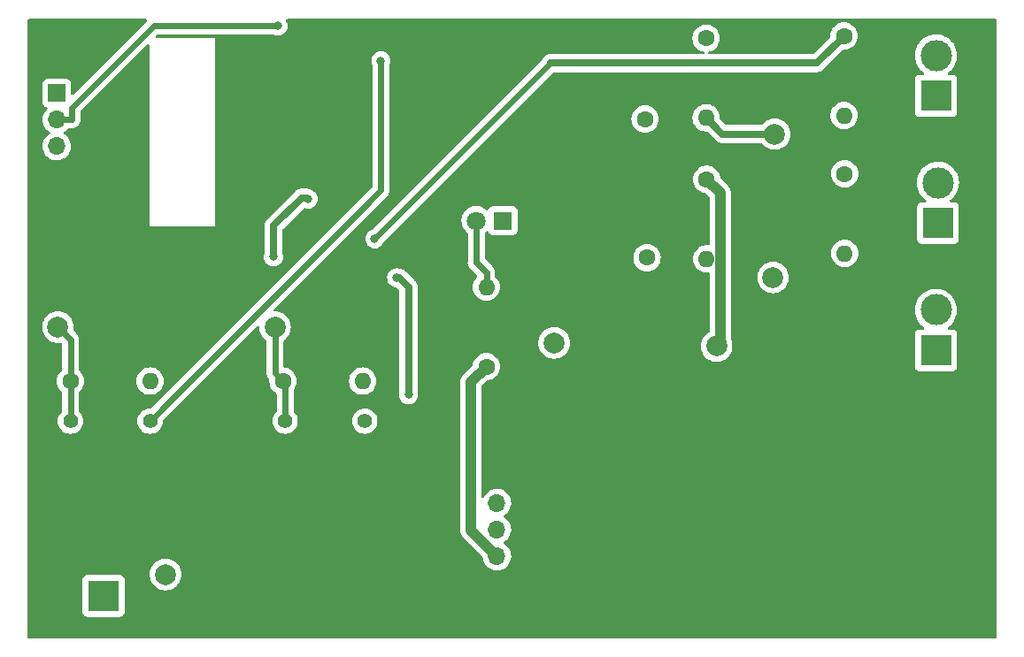
<source format=gbr>
%TF.GenerationSoftware,KiCad,Pcbnew,6.0.8-f2edbf62ab~116~ubuntu20.04.1*%
%TF.CreationDate,2023-03-15T13:48:08-03:00*%
%TF.ProjectId,placa-TAI,706c6163-612d-4544-9149-2e6b69636164,rev?*%
%TF.SameCoordinates,Original*%
%TF.FileFunction,Copper,L2,Bot*%
%TF.FilePolarity,Positive*%
%FSLAX46Y46*%
G04 Gerber Fmt 4.6, Leading zero omitted, Abs format (unit mm)*
G04 Created by KiCad (PCBNEW 6.0.8-f2edbf62ab~116~ubuntu20.04.1) date 2023-03-15 13:48:08*
%MOMM*%
%LPD*%
G01*
G04 APERTURE LIST*
%TA.AperFunction,ComponentPad*%
%ADD10C,1.397000*%
%TD*%
%TA.AperFunction,ComponentPad*%
%ADD11C,1.600000*%
%TD*%
%TA.AperFunction,ComponentPad*%
%ADD12O,1.600000X1.600000*%
%TD*%
%TA.AperFunction,ComponentPad*%
%ADD13R,1.700000X1.700000*%
%TD*%
%TA.AperFunction,ComponentPad*%
%ADD14O,1.700000X1.700000*%
%TD*%
%TA.AperFunction,ComponentPad*%
%ADD15R,3.000000X3.000000*%
%TD*%
%TA.AperFunction,ComponentPad*%
%ADD16C,3.000000*%
%TD*%
%TA.AperFunction,ComponentPad*%
%ADD17C,2.000000*%
%TD*%
%TA.AperFunction,ComponentPad*%
%ADD18R,1.800000X1.800000*%
%TD*%
%TA.AperFunction,ComponentPad*%
%ADD19C,1.800000*%
%TD*%
%TA.AperFunction,ViaPad*%
%ADD20C,0.800000*%
%TD*%
%TA.AperFunction,Conductor*%
%ADD21C,0.600000*%
%TD*%
%TA.AperFunction,Conductor*%
%ADD22C,0.700000*%
%TD*%
%TA.AperFunction,Conductor*%
%ADD23C,1.000000*%
%TD*%
G04 APERTURE END LIST*
D10*
%TO.P,SW1,1,1*%
%TO.N,RST*%
X95760000Y-99700000D03*
X103380000Y-99700000D03*
%TO.P,SW1,2,2*%
%TO.N,GND*%
X95760000Y-104780000D03*
X103380000Y-104780000D03*
%TD*%
D11*
%TO.P,R9,1*%
%TO.N,RST*%
X95760000Y-95870000D03*
D12*
%TO.P,R9,2*%
%TO.N,3.3V*%
X103380000Y-95870000D03*
%TD*%
D11*
%TO.P,R7,1*%
%TO.N,Net-(C7-Pad1)*%
X150920000Y-84060000D03*
D12*
%TO.P,R7,2*%
%TO.N,GND*%
X150920000Y-76440000D03*
%TD*%
D13*
%TO.P,J3,1,Pin_1*%
%TO.N,GND*%
X136560000Y-105000000D03*
D14*
%TO.P,J3,2,Pin_2*%
%TO.N,ADC1*%
X136560000Y-107540000D03*
%TO.P,J3,3,Pin_3*%
%TO.N,unconnected-(J3-Pad3)*%
X136560000Y-110080000D03*
%TO.P,J3,4,Pin_4*%
%TO.N,3.3V*%
X136560000Y-112620000D03*
%TD*%
D15*
%TO.P,J6,1,Pin_1*%
%TO.N,Net-(C7-Pad1)*%
X178750000Y-80752500D03*
D16*
%TO.P,J6,2,Pin_2*%
%TO.N,ADC2*%
X178750000Y-76872500D03*
%TD*%
D15*
%TO.P,J1,1,Pin_1*%
%TO.N,Net-(C1-Pad1)*%
X178560000Y-68567500D03*
D16*
%TO.P,J1,2,Pin_2*%
%TO.N,ADC0*%
X178560000Y-64687500D03*
%TD*%
D11*
%TO.P,R2,1*%
%TO.N,3.3V*%
X156580000Y-63030000D03*
D12*
%TO.P,R2,2*%
%TO.N,Net-(C1-Pad1)*%
X156580000Y-70650000D03*
%TD*%
D17*
%TO.P,C3,1*%
%TO.N,5V*%
X104860000Y-114390000D03*
%TO.P,C3,2*%
%TO.N,GND*%
X114860000Y-114390000D03*
%TD*%
%TO.P,C2,1*%
%TO.N,FSH*%
X115340000Y-90700000D03*
%TO.P,C2,2*%
%TO.N,GND*%
X125340000Y-90700000D03*
%TD*%
%TO.P,C6,1*%
%TO.N,3.3V*%
X142030000Y-92210000D03*
%TO.P,C6,2*%
%TO.N,GND*%
X152030000Y-92210000D03*
%TD*%
D11*
%TO.P,R5,1*%
%TO.N,ADC2*%
X169830000Y-76020000D03*
D12*
%TO.P,R5,2*%
%TO.N,Net-(C7-Pad1)*%
X169830000Y-83640000D03*
%TD*%
D11*
%TO.P,R8,1*%
%TO.N,3.3V*%
X135550000Y-94480000D03*
D12*
%TO.P,R8,2*%
%TO.N,Net-(D3-Pad2)*%
X135550000Y-86860000D03*
%TD*%
D13*
%TO.P,J4,1,Pin_1*%
%TO.N,3.3V*%
X94460000Y-68290000D03*
D14*
%TO.P,J4,2,Pin_2*%
%TO.N,TX*%
X94460000Y-70830000D03*
%TO.P,J4,3,Pin_3*%
%TO.N,RX*%
X94460000Y-73370000D03*
%TO.P,J4,4,Pin_4*%
%TO.N,GND*%
X94460000Y-75910000D03*
%TD*%
D11*
%TO.P,R1,1*%
%TO.N,ADC0*%
X169760000Y-62820000D03*
D12*
%TO.P,R1,2*%
%TO.N,Net-(C1-Pad1)*%
X169760000Y-70440000D03*
%TD*%
D17*
%TO.P,C5,1*%
%TO.N,RST*%
X94570000Y-90700000D03*
%TO.P,C5,2*%
%TO.N,GND*%
X104570000Y-90700000D03*
%TD*%
D15*
%TO.P,J5,1,Pin_1*%
%TO.N,5V*%
X98920000Y-116430000D03*
D16*
%TO.P,J5,2,Pin_2*%
%TO.N,GND*%
X95040000Y-116430000D03*
%TD*%
D15*
%TO.P,J2,1,Pin_1*%
%TO.N,FASE*%
X178560000Y-92937500D03*
D16*
%TO.P,J2,2,Pin_2*%
%TO.N,NEUTRO*%
X178560000Y-89057500D03*
%TD*%
D17*
%TO.P,C4,1*%
%TO.N,3.3V*%
X157570000Y-92520000D03*
%TO.P,C4,2*%
%TO.N,GND*%
X167570000Y-92520000D03*
%TD*%
D18*
%TO.P,D3,1,K*%
%TO.N,LED*%
X137120000Y-80510000D03*
D19*
%TO.P,D3,2,A*%
%TO.N,Net-(D3-Pad2)*%
X134580000Y-80510000D03*
%TD*%
D11*
%TO.P,R4,1*%
%TO.N,FSH*%
X116100000Y-95870000D03*
D12*
%TO.P,R4,2*%
%TO.N,3.3V*%
X123720000Y-95870000D03*
%TD*%
D10*
%TO.P,SW2,1,1*%
%TO.N,FSH*%
X123920000Y-99700000D03*
X116300000Y-99700000D03*
%TO.P,SW2,2,2*%
%TO.N,GND*%
X116300000Y-104780000D03*
X123920000Y-104780000D03*
%TD*%
D11*
%TO.P,R6,1*%
%TO.N,3.3V*%
X156630000Y-76550000D03*
D12*
%TO.P,R6,2*%
%TO.N,Net-(C7-Pad1)*%
X156630000Y-84170000D03*
%TD*%
D11*
%TO.P,R3,1*%
%TO.N,Net-(C1-Pad1)*%
X150730000Y-70770000D03*
D12*
%TO.P,R3,2*%
%TO.N,GND*%
X150730000Y-63150000D03*
%TD*%
D17*
%TO.P,C7,1*%
%TO.N,Net-(C7-Pad1)*%
X162980000Y-85950000D03*
%TO.P,C7,2*%
%TO.N,GND*%
X162980000Y-75950000D03*
%TD*%
%TO.P,C1,1*%
%TO.N,Net-(C1-Pad1)*%
X163130000Y-72210000D03*
%TO.P,C1,2*%
%TO.N,GND*%
X163130000Y-62210000D03*
%TD*%
D20*
%TO.N,GND*%
X175900000Y-113170000D03*
X179900000Y-108170000D03*
X179900000Y-109170000D03*
X179900000Y-110170000D03*
X176900000Y-105170000D03*
X176900000Y-106170000D03*
X176900000Y-107170000D03*
X178900000Y-113170000D03*
X177900000Y-104170000D03*
X177900000Y-105170000D03*
X179900000Y-104170000D03*
X179900000Y-105170000D03*
X179900000Y-106170000D03*
X179900000Y-107170000D03*
X176900000Y-108170000D03*
X176900000Y-109170000D03*
X176900000Y-110170000D03*
X177900000Y-109170000D03*
X177900000Y-110170000D03*
X177900000Y-111170000D03*
X175900000Y-111170000D03*
X175900000Y-110170000D03*
X175900000Y-108170000D03*
X175900000Y-112170000D03*
X177900000Y-112170000D03*
X177900000Y-113170000D03*
X176900000Y-104170000D03*
X179900000Y-111170000D03*
X179900000Y-112170000D03*
X179900000Y-113170000D03*
X178900000Y-104170000D03*
X178900000Y-105170000D03*
X178900000Y-106170000D03*
X175900000Y-109170000D03*
X175900000Y-107170000D03*
X175900000Y-104170000D03*
X175900000Y-105170000D03*
X175900000Y-106170000D03*
X178900000Y-107170000D03*
X178900000Y-108170000D03*
X178900000Y-109170000D03*
X178900000Y-110170000D03*
X178900000Y-111170000D03*
X178900000Y-112170000D03*
X176900000Y-111170000D03*
X176900000Y-112170000D03*
X176900000Y-113170000D03*
X177900000Y-106170000D03*
X177900000Y-107170000D03*
X177900000Y-108170000D03*
X101660000Y-86430000D03*
X97660000Y-85430000D03*
X102660000Y-86430000D03*
X98660000Y-86430000D03*
X98660000Y-84430000D03*
X99660000Y-84430000D03*
X101660000Y-84430000D03*
X97660000Y-84430000D03*
X97660000Y-86430000D03*
X100660000Y-84430000D03*
X102660000Y-84430000D03*
X96660000Y-86430000D03*
X100660000Y-85430000D03*
X99660000Y-85430000D03*
X100660000Y-86430000D03*
X99660000Y-86430000D03*
X102660000Y-85430000D03*
X101660000Y-85430000D03*
X96660000Y-84430000D03*
X98660000Y-85430000D03*
X96660000Y-85430000D03*
X141160000Y-64070000D03*
X143160000Y-64070000D03*
X144160000Y-64070000D03*
X146160000Y-64070000D03*
X147160000Y-64070000D03*
X145160000Y-62070000D03*
X146160000Y-62070000D03*
X143160000Y-63070000D03*
X144160000Y-63070000D03*
X145160000Y-63070000D03*
X141160000Y-62070000D03*
X145160000Y-64070000D03*
X146160000Y-63070000D03*
X142160000Y-64070000D03*
X142160000Y-62070000D03*
X143160000Y-62070000D03*
X144160000Y-62070000D03*
X147160000Y-63070000D03*
X147160000Y-62070000D03*
X141160000Y-63070000D03*
X142160000Y-63070000D03*
X171910000Y-88580000D03*
X171910000Y-89580000D03*
X171910000Y-90580000D03*
X170910000Y-93580000D03*
X171910000Y-87580000D03*
X169910000Y-89580000D03*
X169910000Y-90580000D03*
X169910000Y-91580000D03*
X169910000Y-92580000D03*
X169910000Y-93580000D03*
X171910000Y-91580000D03*
X171910000Y-92580000D03*
X171910000Y-93580000D03*
X170910000Y-87580000D03*
X170910000Y-88580000D03*
X170910000Y-89580000D03*
X170910000Y-90580000D03*
X170910000Y-91580000D03*
X170910000Y-92580000D03*
X169910000Y-87580000D03*
X169910000Y-88580000D03*
X106580000Y-100440000D03*
X111580000Y-104440000D03*
X110580000Y-104440000D03*
X109580000Y-104440000D03*
X112580000Y-101440000D03*
X106580000Y-103440000D03*
X112580000Y-104440000D03*
X111580000Y-101440000D03*
X110580000Y-101440000D03*
X109580000Y-101440000D03*
X110580000Y-102440000D03*
X109580000Y-102440000D03*
X108580000Y-102440000D03*
X108580000Y-100440000D03*
X109580000Y-100440000D03*
X111580000Y-100440000D03*
X107580000Y-100440000D03*
X107580000Y-102440000D03*
X106580000Y-102440000D03*
X108580000Y-104440000D03*
X107580000Y-104440000D03*
X106580000Y-104440000D03*
X110580000Y-100440000D03*
X112580000Y-100440000D03*
X112580000Y-103440000D03*
X111580000Y-103440000D03*
X110580000Y-103440000D03*
X109580000Y-103440000D03*
X108580000Y-103440000D03*
X107580000Y-103440000D03*
X108580000Y-101440000D03*
X107580000Y-101440000D03*
X106580000Y-101440000D03*
X112580000Y-102440000D03*
X111580000Y-102440000D03*
X132040000Y-62280000D03*
X137040000Y-66280000D03*
X136040000Y-66280000D03*
X135040000Y-66280000D03*
X138040000Y-63280000D03*
X132040000Y-65280000D03*
X138040000Y-66280000D03*
X137040000Y-63280000D03*
X136040000Y-63280000D03*
X135040000Y-63280000D03*
X136040000Y-64280000D03*
X135040000Y-64280000D03*
X134040000Y-64280000D03*
X134040000Y-62280000D03*
X135040000Y-62280000D03*
X137040000Y-62280000D03*
X133040000Y-62280000D03*
X133040000Y-64280000D03*
X132040000Y-64280000D03*
X134040000Y-66280000D03*
X133040000Y-66280000D03*
X132040000Y-66280000D03*
X136040000Y-62280000D03*
X138040000Y-62280000D03*
X138040000Y-65280000D03*
X137040000Y-65280000D03*
X136040000Y-65280000D03*
X135040000Y-65280000D03*
X134040000Y-65280000D03*
X133040000Y-65280000D03*
X134040000Y-63280000D03*
X133040000Y-63280000D03*
X132040000Y-63280000D03*
X138040000Y-64280000D03*
X137040000Y-64280000D03*
X142520000Y-72280000D03*
X147520000Y-76280000D03*
X146520000Y-76280000D03*
X145520000Y-76280000D03*
X148520000Y-73280000D03*
X142520000Y-75280000D03*
X148520000Y-76280000D03*
X147520000Y-73280000D03*
X146520000Y-73280000D03*
X145520000Y-73280000D03*
X146520000Y-74280000D03*
X145520000Y-74280000D03*
X144520000Y-74280000D03*
X144520000Y-72280000D03*
X145520000Y-72280000D03*
X147520000Y-72280000D03*
X143520000Y-72280000D03*
X143520000Y-74280000D03*
X142520000Y-74280000D03*
X144520000Y-76280000D03*
X143520000Y-76280000D03*
X142520000Y-76280000D03*
X146520000Y-72280000D03*
X148520000Y-72280000D03*
X148520000Y-75280000D03*
X147520000Y-75280000D03*
X146520000Y-75280000D03*
X145520000Y-75280000D03*
X144520000Y-75280000D03*
X143520000Y-75280000D03*
X144520000Y-73280000D03*
X143520000Y-73280000D03*
X142520000Y-73280000D03*
X148520000Y-74280000D03*
X147520000Y-74280000D03*
X141370000Y-82550000D03*
X146370000Y-86550000D03*
X145370000Y-86550000D03*
X144370000Y-86550000D03*
X147370000Y-83550000D03*
X141370000Y-85550000D03*
X147370000Y-86550000D03*
X146370000Y-83550000D03*
X145370000Y-83550000D03*
X144370000Y-83550000D03*
X145370000Y-84550000D03*
X144370000Y-84550000D03*
X143370000Y-84550000D03*
X143370000Y-82550000D03*
X144370000Y-82550000D03*
X146370000Y-82550000D03*
X142370000Y-82550000D03*
X142370000Y-84550000D03*
X141370000Y-84550000D03*
X143370000Y-86550000D03*
X142370000Y-86550000D03*
X141370000Y-86550000D03*
X145370000Y-82550000D03*
X147370000Y-82550000D03*
X147370000Y-85550000D03*
X146370000Y-85550000D03*
X145370000Y-85550000D03*
X144370000Y-85550000D03*
X143370000Y-85550000D03*
X142370000Y-85550000D03*
X143370000Y-83550000D03*
X142370000Y-83550000D03*
X141370000Y-83550000D03*
X147370000Y-84550000D03*
X146370000Y-84550000D03*
X148610000Y-104150000D03*
X148610000Y-105150000D03*
X148610000Y-106150000D03*
X148610000Y-107150000D03*
X148610000Y-108150000D03*
X148610000Y-109150000D03*
X148610000Y-110150000D03*
X148610000Y-111150000D03*
X148610000Y-112150000D03*
X148610000Y-113150000D03*
X147610000Y-104150000D03*
X147610000Y-105150000D03*
X147610000Y-106150000D03*
X147610000Y-107150000D03*
X147610000Y-108150000D03*
X147610000Y-109150000D03*
X147610000Y-110150000D03*
X147610000Y-111150000D03*
X147610000Y-112150000D03*
X147610000Y-113150000D03*
X146610000Y-104150000D03*
X146610000Y-105150000D03*
X146610000Y-106150000D03*
X146610000Y-107150000D03*
X146610000Y-108150000D03*
X146610000Y-109150000D03*
X146610000Y-110150000D03*
X146610000Y-111150000D03*
X146610000Y-112150000D03*
X146610000Y-113150000D03*
X145610000Y-104150000D03*
X145610000Y-105150000D03*
X145610000Y-106150000D03*
X145610000Y-107150000D03*
X145610000Y-108150000D03*
X145610000Y-109150000D03*
X145610000Y-110150000D03*
X145610000Y-111150000D03*
X145610000Y-112150000D03*
X145610000Y-113150000D03*
X144610000Y-104150000D03*
X144610000Y-105150000D03*
X144610000Y-106150000D03*
X144610000Y-107150000D03*
X144610000Y-108150000D03*
X144610000Y-109150000D03*
X144610000Y-110150000D03*
X144610000Y-111150000D03*
X144610000Y-112150000D03*
X144610000Y-113150000D03*
X95580000Y-63990000D03*
%TO.N,ADC1*%
X118510000Y-78440000D03*
X115190000Y-83960000D03*
X126960000Y-85980000D03*
X128100000Y-97170000D03*
%TO.N,ADC0*%
X124877800Y-82251500D03*
%TO.N,RST*%
X125457800Y-65203300D03*
%TO.N,TX*%
X115614300Y-61859200D03*
%TD*%
D21*
%TO.N,ADC0*%
X141699650Y-65429650D02*
X124877800Y-82251500D01*
D22*
X169760000Y-62820000D02*
X167150350Y-65429650D01*
X167150350Y-65429650D02*
X141699650Y-65429650D01*
%TO.N,Net-(C1-Pad1)*%
X163130000Y-72210000D02*
X158140000Y-72210000D01*
X158140000Y-72210000D02*
X156580000Y-70650000D01*
%TO.N,ADC1*%
X128100000Y-97170000D02*
X128110000Y-97160000D01*
X128110000Y-97160000D02*
X128110000Y-86870000D01*
X127220000Y-85980000D02*
X126960000Y-85980000D01*
X128110000Y-86870000D02*
X127220000Y-85980000D01*
X117870000Y-78310000D02*
X118380000Y-78310000D01*
X115190000Y-83960000D02*
X115190000Y-80990000D01*
X118380000Y-78310000D02*
X118510000Y-78440000D01*
X115190000Y-80990000D02*
X117870000Y-78310000D01*
D23*
%TO.N,3.3V*%
X135550000Y-94480000D02*
X134080000Y-95950000D01*
X134080000Y-95950000D02*
X134080000Y-110140000D01*
X134080000Y-110140000D02*
X136560000Y-112620000D01*
X157938300Y-92151700D02*
X157938300Y-77858300D01*
X157938300Y-77858300D02*
X156630000Y-76550000D01*
X157570000Y-92520000D02*
X157938300Y-92151700D01*
D21*
%TO.N,Net-(D3-Pad2)*%
X134580000Y-84490000D02*
X135550000Y-85460000D01*
X135550000Y-86860000D02*
X135550000Y-85460000D01*
X134580000Y-80510000D02*
X134580000Y-84490000D01*
%TO.N,RST*%
X94570000Y-90700000D02*
X95760000Y-91890000D01*
X95760000Y-95870000D02*
X95760000Y-99700000D01*
X95760000Y-91890000D02*
X95760000Y-95870000D01*
X125457800Y-77622200D02*
X103380000Y-99700000D01*
X125457800Y-65203300D02*
X125457800Y-77622200D01*
%TO.N,FSH*%
X116100000Y-95870000D02*
X115340000Y-95110000D01*
X116300000Y-99700000D02*
X116300000Y-96070000D01*
X115340000Y-95110000D02*
X115340000Y-90700000D01*
X116300000Y-96070000D02*
X116100000Y-95870000D01*
%TO.N,TX*%
X95910000Y-70830000D02*
X95910000Y-69698500D01*
X95910000Y-69698500D02*
X103749300Y-61859200D01*
X103749300Y-61859200D02*
X115614300Y-61859200D01*
X94460000Y-70830000D02*
X95910000Y-70830000D01*
%TD*%
%TA.AperFunction,Conductor*%
%TO.N,GND*%
G36*
X103030540Y-61218502D02*
G01*
X103077033Y-61272158D01*
X103087137Y-61342432D01*
X103057643Y-61407012D01*
X103051514Y-61413595D01*
X96033595Y-68431513D01*
X95971283Y-68465539D01*
X95900468Y-68460474D01*
X95843632Y-68417927D01*
X95818821Y-68351407D01*
X95818500Y-68342418D01*
X95818500Y-67391866D01*
X95811745Y-67329684D01*
X95760615Y-67193295D01*
X95673261Y-67076739D01*
X95556705Y-66989385D01*
X95420316Y-66938255D01*
X95358134Y-66931500D01*
X93561866Y-66931500D01*
X93499684Y-66938255D01*
X93363295Y-66989385D01*
X93246739Y-67076739D01*
X93159385Y-67193295D01*
X93108255Y-67329684D01*
X93101500Y-67391866D01*
X93101500Y-69188134D01*
X93108255Y-69250316D01*
X93159385Y-69386705D01*
X93246739Y-69503261D01*
X93363295Y-69590615D01*
X93371704Y-69593767D01*
X93371705Y-69593768D01*
X93480451Y-69634535D01*
X93537216Y-69677176D01*
X93561916Y-69743738D01*
X93546709Y-69813087D01*
X93527316Y-69839568D01*
X93400629Y-69972138D01*
X93274743Y-70156680D01*
X93251572Y-70206598D01*
X93196117Y-70326067D01*
X93180688Y-70359305D01*
X93120989Y-70574570D01*
X93097251Y-70796695D01*
X93097548Y-70801848D01*
X93097548Y-70801851D01*
X93108007Y-70983241D01*
X93110110Y-71019715D01*
X93111247Y-71024761D01*
X93111248Y-71024767D01*
X93135304Y-71131508D01*
X93159222Y-71237639D01*
X93204339Y-71348749D01*
X93237842Y-71431257D01*
X93243266Y-71444616D01*
X93258232Y-71469038D01*
X93353018Y-71623715D01*
X93359987Y-71635088D01*
X93506250Y-71803938D01*
X93678126Y-71946632D01*
X93702069Y-71960623D01*
X93751445Y-71989476D01*
X93800169Y-72041114D01*
X93813240Y-72110897D01*
X93786509Y-72176669D01*
X93746055Y-72210027D01*
X93733607Y-72216507D01*
X93729474Y-72219610D01*
X93729471Y-72219612D01*
X93705247Y-72237800D01*
X93554965Y-72350635D01*
X93400629Y-72512138D01*
X93274743Y-72696680D01*
X93180688Y-72899305D01*
X93120989Y-73114570D01*
X93097251Y-73336695D01*
X93097548Y-73341848D01*
X93097548Y-73341851D01*
X93103202Y-73439908D01*
X93110110Y-73559715D01*
X93111247Y-73564761D01*
X93111248Y-73564767D01*
X93129828Y-73647211D01*
X93159222Y-73777639D01*
X93243266Y-73984616D01*
X93359987Y-74175088D01*
X93506250Y-74343938D01*
X93678126Y-74486632D01*
X93871000Y-74599338D01*
X94079692Y-74679030D01*
X94084760Y-74680061D01*
X94084763Y-74680062D01*
X94192017Y-74701883D01*
X94298597Y-74723567D01*
X94303772Y-74723757D01*
X94303774Y-74723757D01*
X94516673Y-74731564D01*
X94516677Y-74731564D01*
X94521837Y-74731753D01*
X94526957Y-74731097D01*
X94526959Y-74731097D01*
X94738288Y-74704025D01*
X94738289Y-74704025D01*
X94743416Y-74703368D01*
X94748366Y-74701883D01*
X94952429Y-74640661D01*
X94952434Y-74640659D01*
X94957384Y-74639174D01*
X95157994Y-74540896D01*
X95339860Y-74411173D01*
X95498096Y-74253489D01*
X95557594Y-74170689D01*
X95625435Y-74076277D01*
X95628453Y-74072077D01*
X95727430Y-73871811D01*
X95778253Y-73704535D01*
X95790865Y-73663023D01*
X95790865Y-73663021D01*
X95792370Y-73658069D01*
X95821529Y-73436590D01*
X95821611Y-73433240D01*
X95823074Y-73373365D01*
X95823074Y-73373361D01*
X95823156Y-73370000D01*
X95804852Y-73147361D01*
X95750431Y-72930702D01*
X95661354Y-72725840D01*
X95540014Y-72538277D01*
X95389670Y-72373051D01*
X95385619Y-72369852D01*
X95385615Y-72369848D01*
X95218414Y-72237800D01*
X95218410Y-72237798D01*
X95214359Y-72234598D01*
X95173053Y-72211796D01*
X95123084Y-72161364D01*
X95108312Y-72091921D01*
X95133428Y-72025516D01*
X95160780Y-71998909D01*
X95221634Y-71955502D01*
X95339860Y-71871173D01*
X95498096Y-71713489D01*
X95501169Y-71709213D01*
X95514276Y-71690973D01*
X95570271Y-71647326D01*
X95616598Y-71638500D01*
X95854095Y-71638500D01*
X95869014Y-71639386D01*
X95904320Y-71643596D01*
X95950575Y-71638734D01*
X95953493Y-71638500D01*
X95955610Y-71638500D01*
X95997068Y-71633849D01*
X95997665Y-71633785D01*
X96084712Y-71624636D01*
X96087416Y-71623715D01*
X96090255Y-71623397D01*
X96172923Y-71594609D01*
X96173494Y-71594413D01*
X96256421Y-71566182D01*
X96258856Y-71564684D01*
X96261552Y-71563745D01*
X96267031Y-71560321D01*
X96267034Y-71560320D01*
X96335763Y-71517375D01*
X96336507Y-71516913D01*
X96373263Y-71494300D01*
X96410912Y-71471138D01*
X96412951Y-71469141D01*
X96415376Y-71467626D01*
X96477493Y-71405941D01*
X96478119Y-71405324D01*
X96535891Y-71348749D01*
X96540507Y-71344229D01*
X96542053Y-71341830D01*
X96544082Y-71339815D01*
X96590973Y-71265926D01*
X96591429Y-71265212D01*
X96638765Y-71191762D01*
X96639741Y-71189079D01*
X96641273Y-71186666D01*
X96670629Y-71104225D01*
X96670900Y-71103474D01*
X96698588Y-71027402D01*
X96698589Y-71027398D01*
X96700803Y-71021315D01*
X96701161Y-71018480D01*
X96702119Y-71015790D01*
X96712479Y-70928914D01*
X96712586Y-70928044D01*
X96716858Y-70894225D01*
X96718500Y-70881231D01*
X96718500Y-70879102D01*
X96718763Y-70876211D01*
X96722762Y-70842673D01*
X96723596Y-70835680D01*
X96719190Y-70793760D01*
X96718500Y-70780589D01*
X96718500Y-70085582D01*
X96738502Y-70017461D01*
X96755405Y-69996487D01*
X103104905Y-63646987D01*
X103167217Y-63612961D01*
X103238032Y-63618026D01*
X103294868Y-63660573D01*
X103319679Y-63727093D01*
X103320000Y-63736082D01*
X103320000Y-81027500D01*
X109620000Y-81027500D01*
X109620000Y-63027500D01*
X104028582Y-63027500D01*
X103960461Y-63007498D01*
X103913968Y-62953842D01*
X103903864Y-62883568D01*
X103933358Y-62818988D01*
X103939487Y-62812405D01*
X104047287Y-62704605D01*
X104109599Y-62670579D01*
X104136382Y-62667700D01*
X115169806Y-62667700D01*
X115221055Y-62678593D01*
X115303182Y-62715158D01*
X115332012Y-62727994D01*
X115425412Y-62747847D01*
X115512356Y-62766328D01*
X115512361Y-62766328D01*
X115518813Y-62767700D01*
X115709787Y-62767700D01*
X115716239Y-62766328D01*
X115716244Y-62766328D01*
X115803188Y-62747847D01*
X115896588Y-62727994D01*
X115915718Y-62719477D01*
X116065022Y-62653003D01*
X116065024Y-62653002D01*
X116071052Y-62650318D01*
X116225553Y-62538066D01*
X116353340Y-62396144D01*
X116448827Y-62230756D01*
X116507842Y-62049128D01*
X116515086Y-61980211D01*
X116527114Y-61865765D01*
X116527804Y-61859200D01*
X116514853Y-61735978D01*
X116508532Y-61675835D01*
X116508532Y-61675833D01*
X116507842Y-61669272D01*
X116448827Y-61487644D01*
X116391009Y-61387500D01*
X116374271Y-61318505D01*
X116397492Y-61251413D01*
X116453299Y-61207526D01*
X116500128Y-61198500D01*
X184255500Y-61198500D01*
X184323621Y-61218502D01*
X184370114Y-61272158D01*
X184381500Y-61324500D01*
X184381500Y-120365500D01*
X184361498Y-120433621D01*
X184307842Y-120480114D01*
X184255500Y-120491500D01*
X91784500Y-120491500D01*
X91716379Y-120471498D01*
X91669886Y-120417842D01*
X91658500Y-120365500D01*
X91658500Y-117978134D01*
X96911500Y-117978134D01*
X96918255Y-118040316D01*
X96969385Y-118176705D01*
X97056739Y-118293261D01*
X97173295Y-118380615D01*
X97309684Y-118431745D01*
X97371866Y-118438500D01*
X100468134Y-118438500D01*
X100530316Y-118431745D01*
X100666705Y-118380615D01*
X100783261Y-118293261D01*
X100870615Y-118176705D01*
X100921745Y-118040316D01*
X100928500Y-117978134D01*
X100928500Y-114881866D01*
X100921745Y-114819684D01*
X100870615Y-114683295D01*
X100783261Y-114566739D01*
X100666705Y-114479385D01*
X100530316Y-114428255D01*
X100468134Y-114421500D01*
X97371866Y-114421500D01*
X97309684Y-114428255D01*
X97173295Y-114479385D01*
X97056739Y-114566739D01*
X96969385Y-114683295D01*
X96918255Y-114819684D01*
X96911500Y-114881866D01*
X96911500Y-117978134D01*
X91658500Y-117978134D01*
X91658500Y-114390000D01*
X103346835Y-114390000D01*
X103365465Y-114626711D01*
X103366619Y-114631518D01*
X103366620Y-114631524D01*
X103381068Y-114691703D01*
X103420895Y-114857594D01*
X103422788Y-114862165D01*
X103422789Y-114862167D01*
X103429542Y-114878469D01*
X103511760Y-115076963D01*
X103514346Y-115081183D01*
X103633241Y-115275202D01*
X103633245Y-115275208D01*
X103635824Y-115279416D01*
X103790031Y-115459969D01*
X103970584Y-115614176D01*
X103974792Y-115616755D01*
X103974798Y-115616759D01*
X104168817Y-115735654D01*
X104173037Y-115738240D01*
X104177607Y-115740133D01*
X104177611Y-115740135D01*
X104387833Y-115827211D01*
X104392406Y-115829105D01*
X104472609Y-115848360D01*
X104618476Y-115883380D01*
X104618482Y-115883381D01*
X104623289Y-115884535D01*
X104860000Y-115903165D01*
X105096711Y-115884535D01*
X105101518Y-115883381D01*
X105101524Y-115883380D01*
X105247391Y-115848360D01*
X105327594Y-115829105D01*
X105332167Y-115827211D01*
X105542389Y-115740135D01*
X105542393Y-115740133D01*
X105546963Y-115738240D01*
X105551183Y-115735654D01*
X105745202Y-115616759D01*
X105745208Y-115616755D01*
X105749416Y-115614176D01*
X105929969Y-115459969D01*
X106084176Y-115279416D01*
X106086755Y-115275208D01*
X106086759Y-115275202D01*
X106205654Y-115081183D01*
X106208240Y-115076963D01*
X106290459Y-114878469D01*
X106297211Y-114862167D01*
X106297212Y-114862165D01*
X106299105Y-114857594D01*
X106338932Y-114691703D01*
X106353380Y-114631524D01*
X106353381Y-114631518D01*
X106354535Y-114626711D01*
X106373165Y-114390000D01*
X106354535Y-114153289D01*
X106299105Y-113922406D01*
X106269603Y-113851181D01*
X106210135Y-113707611D01*
X106210133Y-113707607D01*
X106208240Y-113703037D01*
X106180353Y-113657529D01*
X106086759Y-113504798D01*
X106086755Y-113504792D01*
X106084176Y-113500584D01*
X105929969Y-113320031D01*
X105749416Y-113165824D01*
X105745208Y-113163245D01*
X105745202Y-113163241D01*
X105551183Y-113044346D01*
X105546963Y-113041760D01*
X105542393Y-113039867D01*
X105542389Y-113039865D01*
X105332167Y-112952789D01*
X105332165Y-112952788D01*
X105327594Y-112950895D01*
X105247391Y-112931640D01*
X105101524Y-112896620D01*
X105101518Y-112896619D01*
X105096711Y-112895465D01*
X104860000Y-112876835D01*
X104623289Y-112895465D01*
X104618482Y-112896619D01*
X104618476Y-112896620D01*
X104472609Y-112931640D01*
X104392406Y-112950895D01*
X104387835Y-112952788D01*
X104387833Y-112952789D01*
X104177611Y-113039865D01*
X104177607Y-113039867D01*
X104173037Y-113041760D01*
X104168817Y-113044346D01*
X103974798Y-113163241D01*
X103974792Y-113163245D01*
X103970584Y-113165824D01*
X103790031Y-113320031D01*
X103635824Y-113500584D01*
X103633245Y-113504792D01*
X103633241Y-113504798D01*
X103539647Y-113657529D01*
X103511760Y-113703037D01*
X103509867Y-113707607D01*
X103509865Y-113707611D01*
X103450397Y-113851181D01*
X103420895Y-113922406D01*
X103365465Y-114153289D01*
X103346835Y-114390000D01*
X91658500Y-114390000D01*
X91658500Y-90700000D01*
X93056835Y-90700000D01*
X93075465Y-90936711D01*
X93076619Y-90941518D01*
X93076620Y-90941524D01*
X93094638Y-91016573D01*
X93130895Y-91167594D01*
X93132788Y-91172165D01*
X93132789Y-91172167D01*
X93218722Y-91379628D01*
X93221760Y-91386963D01*
X93224346Y-91391183D01*
X93343241Y-91585202D01*
X93343245Y-91585208D01*
X93345824Y-91589416D01*
X93500031Y-91769969D01*
X93680584Y-91924176D01*
X93684792Y-91926755D01*
X93684798Y-91926759D01*
X93876647Y-92044324D01*
X93883037Y-92048240D01*
X93887607Y-92050133D01*
X93887611Y-92050135D01*
X94097833Y-92137211D01*
X94102406Y-92139105D01*
X94182609Y-92158360D01*
X94328476Y-92193380D01*
X94328482Y-92193381D01*
X94333289Y-92194535D01*
X94570000Y-92213165D01*
X94574930Y-92212777D01*
X94801782Y-92194923D01*
X94801783Y-92194923D01*
X94806711Y-92194535D01*
X94807058Y-92194452D01*
X94876202Y-92203388D01*
X94930515Y-92249111D01*
X94951500Y-92318737D01*
X94951500Y-94775812D01*
X94931498Y-94843933D01*
X94914595Y-94864907D01*
X94753802Y-95025700D01*
X94750645Y-95030208D01*
X94750643Y-95030211D01*
X94700302Y-95102106D01*
X94622477Y-95213251D01*
X94620154Y-95218233D01*
X94620151Y-95218238D01*
X94531293Y-95408796D01*
X94525716Y-95420757D01*
X94524294Y-95426065D01*
X94524293Y-95426067D01*
X94472992Y-95617523D01*
X94466457Y-95641913D01*
X94446502Y-95870000D01*
X94466457Y-96098087D01*
X94525716Y-96319243D01*
X94528039Y-96324224D01*
X94528039Y-96324225D01*
X94620151Y-96521762D01*
X94620154Y-96521767D01*
X94622477Y-96526749D01*
X94753802Y-96714300D01*
X94914595Y-96875093D01*
X94948621Y-96937405D01*
X94951500Y-96964188D01*
X94951500Y-98749353D01*
X94931498Y-98817474D01*
X94914595Y-98838448D01*
X94831852Y-98921191D01*
X94710714Y-99094195D01*
X94621458Y-99285605D01*
X94566796Y-99489606D01*
X94548389Y-99700000D01*
X94566796Y-99910394D01*
X94621458Y-100114395D01*
X94710714Y-100305805D01*
X94831852Y-100478809D01*
X94981191Y-100628148D01*
X94985699Y-100631305D01*
X94985702Y-100631307D01*
X95149685Y-100746129D01*
X95154194Y-100749286D01*
X95159176Y-100751609D01*
X95159181Y-100751612D01*
X95340623Y-100836219D01*
X95345605Y-100838542D01*
X95350913Y-100839964D01*
X95350915Y-100839965D01*
X95544291Y-100891780D01*
X95544293Y-100891780D01*
X95549606Y-100893204D01*
X95760000Y-100911611D01*
X95970394Y-100893204D01*
X95975707Y-100891780D01*
X95975709Y-100891780D01*
X96169085Y-100839965D01*
X96169087Y-100839964D01*
X96174395Y-100838542D01*
X96179377Y-100836219D01*
X96360819Y-100751612D01*
X96360824Y-100751609D01*
X96365806Y-100749286D01*
X96370315Y-100746129D01*
X96534298Y-100631307D01*
X96534301Y-100631305D01*
X96538809Y-100628148D01*
X96688148Y-100478809D01*
X96809286Y-100305805D01*
X96898542Y-100114395D01*
X96953204Y-99910394D01*
X96971611Y-99700000D01*
X102168389Y-99700000D01*
X102186796Y-99910394D01*
X102241458Y-100114395D01*
X102330714Y-100305805D01*
X102451852Y-100478809D01*
X102601191Y-100628148D01*
X102605699Y-100631305D01*
X102605702Y-100631307D01*
X102769685Y-100746129D01*
X102774194Y-100749286D01*
X102779176Y-100751609D01*
X102779181Y-100751612D01*
X102960623Y-100836219D01*
X102965605Y-100838542D01*
X102970913Y-100839964D01*
X102970915Y-100839965D01*
X103164291Y-100891780D01*
X103164293Y-100891780D01*
X103169606Y-100893204D01*
X103380000Y-100911611D01*
X103590394Y-100893204D01*
X103595707Y-100891780D01*
X103595709Y-100891780D01*
X103789085Y-100839965D01*
X103789087Y-100839964D01*
X103794395Y-100838542D01*
X103799377Y-100836219D01*
X103980819Y-100751612D01*
X103980824Y-100751609D01*
X103985806Y-100749286D01*
X103990315Y-100746129D01*
X104154298Y-100631307D01*
X104154301Y-100631305D01*
X104158809Y-100628148D01*
X104308148Y-100478809D01*
X104429286Y-100305805D01*
X104518542Y-100114395D01*
X104573204Y-99910394D01*
X104591611Y-99700000D01*
X104591132Y-99694525D01*
X104591132Y-99689019D01*
X104592610Y-99689019D01*
X104605226Y-99626207D01*
X104627669Y-99595723D01*
X113612128Y-90611264D01*
X113674440Y-90577238D01*
X113745255Y-90582303D01*
X113802091Y-90624850D01*
X113826902Y-90691370D01*
X113827093Y-90696721D01*
X113826835Y-90700000D01*
X113845465Y-90936711D01*
X113846619Y-90941518D01*
X113846620Y-90941524D01*
X113864638Y-91016573D01*
X113900895Y-91167594D01*
X113902788Y-91172165D01*
X113902789Y-91172167D01*
X113988722Y-91379628D01*
X113991760Y-91386963D01*
X113994346Y-91391183D01*
X114113241Y-91585202D01*
X114113245Y-91585208D01*
X114115824Y-91589416D01*
X114270031Y-91769969D01*
X114273787Y-91773177D01*
X114420539Y-91898515D01*
X114450584Y-91924176D01*
X114471336Y-91936893D01*
X114518966Y-91989538D01*
X114531500Y-92044324D01*
X114531500Y-95100786D01*
X114531493Y-95102106D01*
X114530549Y-95192221D01*
X114539711Y-95234597D01*
X114541769Y-95247163D01*
X114546603Y-95290255D01*
X114548919Y-95296906D01*
X114548920Y-95296910D01*
X114557633Y-95321930D01*
X114561796Y-95336742D01*
X114568881Y-95369510D01*
X114587208Y-95408813D01*
X114591990Y-95420589D01*
X114606255Y-95461552D01*
X114609989Y-95467527D01*
X114609990Y-95467530D01*
X114624027Y-95489995D01*
X114631366Y-95503512D01*
X114642559Y-95527514D01*
X114645538Y-95533902D01*
X114649855Y-95539467D01*
X114649856Y-95539469D01*
X114672106Y-95568153D01*
X114679402Y-95578612D01*
X114702374Y-95615376D01*
X114707334Y-95620371D01*
X114707335Y-95620372D01*
X114730976Y-95644179D01*
X114731561Y-95644804D01*
X114732078Y-95645470D01*
X114758059Y-95671451D01*
X114758942Y-95672340D01*
X114792755Y-95734767D01*
X114795066Y-95772112D01*
X114786502Y-95870000D01*
X114806457Y-96098087D01*
X114865716Y-96319243D01*
X114868039Y-96324224D01*
X114868039Y-96324225D01*
X114960151Y-96521762D01*
X114960154Y-96521767D01*
X114962477Y-96526749D01*
X115093802Y-96714300D01*
X115255700Y-96876198D01*
X115260208Y-96879355D01*
X115260211Y-96879357D01*
X115437771Y-97003686D01*
X115482099Y-97059143D01*
X115491500Y-97106899D01*
X115491500Y-98749353D01*
X115471498Y-98817474D01*
X115454595Y-98838448D01*
X115371852Y-98921191D01*
X115250714Y-99094195D01*
X115161458Y-99285605D01*
X115106796Y-99489606D01*
X115088389Y-99700000D01*
X115106796Y-99910394D01*
X115161458Y-100114395D01*
X115250714Y-100305805D01*
X115371852Y-100478809D01*
X115521191Y-100628148D01*
X115525699Y-100631305D01*
X115525702Y-100631307D01*
X115689685Y-100746129D01*
X115694194Y-100749286D01*
X115699176Y-100751609D01*
X115699181Y-100751612D01*
X115880623Y-100836219D01*
X115885605Y-100838542D01*
X115890913Y-100839964D01*
X115890915Y-100839965D01*
X116084291Y-100891780D01*
X116084293Y-100891780D01*
X116089606Y-100893204D01*
X116300000Y-100911611D01*
X116510394Y-100893204D01*
X116515707Y-100891780D01*
X116515709Y-100891780D01*
X116709085Y-100839965D01*
X116709087Y-100839964D01*
X116714395Y-100838542D01*
X116719377Y-100836219D01*
X116900819Y-100751612D01*
X116900824Y-100751609D01*
X116905806Y-100749286D01*
X116910315Y-100746129D01*
X117074298Y-100631307D01*
X117074301Y-100631305D01*
X117078809Y-100628148D01*
X117228148Y-100478809D01*
X117349286Y-100305805D01*
X117438542Y-100114395D01*
X117493204Y-99910394D01*
X117511611Y-99700000D01*
X122708389Y-99700000D01*
X122726796Y-99910394D01*
X122781458Y-100114395D01*
X122870714Y-100305805D01*
X122991852Y-100478809D01*
X123141191Y-100628148D01*
X123145699Y-100631305D01*
X123145702Y-100631307D01*
X123309685Y-100746129D01*
X123314194Y-100749286D01*
X123319176Y-100751609D01*
X123319181Y-100751612D01*
X123500623Y-100836219D01*
X123505605Y-100838542D01*
X123510913Y-100839964D01*
X123510915Y-100839965D01*
X123704291Y-100891780D01*
X123704293Y-100891780D01*
X123709606Y-100893204D01*
X123920000Y-100911611D01*
X124130394Y-100893204D01*
X124135707Y-100891780D01*
X124135709Y-100891780D01*
X124329085Y-100839965D01*
X124329087Y-100839964D01*
X124334395Y-100838542D01*
X124339377Y-100836219D01*
X124520819Y-100751612D01*
X124520824Y-100751609D01*
X124525806Y-100749286D01*
X124530315Y-100746129D01*
X124694298Y-100631307D01*
X124694301Y-100631305D01*
X124698809Y-100628148D01*
X124848148Y-100478809D01*
X124969286Y-100305805D01*
X125058542Y-100114395D01*
X125113204Y-99910394D01*
X125131611Y-99700000D01*
X125113204Y-99489606D01*
X125058542Y-99285605D01*
X124969286Y-99094195D01*
X124848148Y-98921191D01*
X124698809Y-98771852D01*
X124694301Y-98768695D01*
X124694298Y-98768693D01*
X124530315Y-98653871D01*
X124530312Y-98653869D01*
X124525806Y-98650714D01*
X124520824Y-98648391D01*
X124520819Y-98648388D01*
X124339377Y-98563781D01*
X124339376Y-98563781D01*
X124334395Y-98561458D01*
X124329087Y-98560036D01*
X124329085Y-98560035D01*
X124135709Y-98508220D01*
X124135707Y-98508220D01*
X124130394Y-98506796D01*
X123920000Y-98488389D01*
X123709606Y-98506796D01*
X123704293Y-98508220D01*
X123704291Y-98508220D01*
X123510915Y-98560035D01*
X123510913Y-98560036D01*
X123505605Y-98561458D01*
X123500624Y-98563780D01*
X123500623Y-98563781D01*
X123319176Y-98648391D01*
X123319173Y-98648393D01*
X123314195Y-98650714D01*
X123141191Y-98771852D01*
X122991852Y-98921191D01*
X122870714Y-99094195D01*
X122781458Y-99285605D01*
X122726796Y-99489606D01*
X122708389Y-99700000D01*
X117511611Y-99700000D01*
X117493204Y-99489606D01*
X117438542Y-99285605D01*
X117349286Y-99094195D01*
X117228148Y-98921191D01*
X117145405Y-98838448D01*
X117111379Y-98776136D01*
X117108500Y-98749353D01*
X117108500Y-96750740D01*
X117131287Y-96678469D01*
X117234366Y-96531257D01*
X117237523Y-96526749D01*
X117239846Y-96521767D01*
X117239849Y-96521762D01*
X117331961Y-96324225D01*
X117331961Y-96324224D01*
X117334284Y-96319243D01*
X117393543Y-96098087D01*
X117413498Y-95870000D01*
X122406502Y-95870000D01*
X122426457Y-96098087D01*
X122485716Y-96319243D01*
X122488039Y-96324224D01*
X122488039Y-96324225D01*
X122580151Y-96521762D01*
X122580154Y-96521767D01*
X122582477Y-96526749D01*
X122713802Y-96714300D01*
X122875700Y-96876198D01*
X122880208Y-96879355D01*
X122880211Y-96879357D01*
X122941085Y-96921981D01*
X123063251Y-97007523D01*
X123068233Y-97009846D01*
X123068238Y-97009849D01*
X123265775Y-97101961D01*
X123270757Y-97104284D01*
X123276065Y-97105706D01*
X123276067Y-97105707D01*
X123486598Y-97162119D01*
X123486600Y-97162119D01*
X123491913Y-97163543D01*
X123720000Y-97183498D01*
X123948087Y-97163543D01*
X123953400Y-97162119D01*
X123953402Y-97162119D01*
X124163933Y-97105707D01*
X124163935Y-97105706D01*
X124169243Y-97104284D01*
X124174225Y-97101961D01*
X124371762Y-97009849D01*
X124371767Y-97009846D01*
X124376749Y-97007523D01*
X124498915Y-96921981D01*
X124559789Y-96879357D01*
X124559792Y-96879355D01*
X124564300Y-96876198D01*
X124726198Y-96714300D01*
X124857523Y-96526749D01*
X124859846Y-96521767D01*
X124859849Y-96521762D01*
X124951961Y-96324225D01*
X124951961Y-96324224D01*
X124954284Y-96319243D01*
X125013543Y-96098087D01*
X125033498Y-95870000D01*
X125013543Y-95641913D01*
X125007008Y-95617523D01*
X124955707Y-95426067D01*
X124955706Y-95426065D01*
X124954284Y-95420757D01*
X124948707Y-95408796D01*
X124859849Y-95218238D01*
X124859846Y-95218233D01*
X124857523Y-95213251D01*
X124779698Y-95102106D01*
X124729357Y-95030211D01*
X124729355Y-95030208D01*
X124726198Y-95025700D01*
X124564300Y-94863802D01*
X124559792Y-94860645D01*
X124559789Y-94860643D01*
X124464014Y-94793581D01*
X124376749Y-94732477D01*
X124371767Y-94730154D01*
X124371762Y-94730151D01*
X124174225Y-94638039D01*
X124174224Y-94638039D01*
X124169243Y-94635716D01*
X124163935Y-94634294D01*
X124163933Y-94634293D01*
X123953402Y-94577881D01*
X123953400Y-94577881D01*
X123948087Y-94576457D01*
X123720000Y-94556502D01*
X123491913Y-94576457D01*
X123486600Y-94577881D01*
X123486598Y-94577881D01*
X123276067Y-94634293D01*
X123276065Y-94634294D01*
X123270757Y-94635716D01*
X123265776Y-94638039D01*
X123265775Y-94638039D01*
X123068238Y-94730151D01*
X123068233Y-94730154D01*
X123063251Y-94732477D01*
X122975986Y-94793581D01*
X122880211Y-94860643D01*
X122880208Y-94860645D01*
X122875700Y-94863802D01*
X122713802Y-95025700D01*
X122710645Y-95030208D01*
X122710643Y-95030211D01*
X122660302Y-95102106D01*
X122582477Y-95213251D01*
X122580154Y-95218233D01*
X122580151Y-95218238D01*
X122491293Y-95408796D01*
X122485716Y-95420757D01*
X122484294Y-95426065D01*
X122484293Y-95426067D01*
X122432992Y-95617523D01*
X122426457Y-95641913D01*
X122406502Y-95870000D01*
X117413498Y-95870000D01*
X117393543Y-95641913D01*
X117387008Y-95617523D01*
X117335707Y-95426067D01*
X117335706Y-95426065D01*
X117334284Y-95420757D01*
X117328707Y-95408796D01*
X117239849Y-95218238D01*
X117239846Y-95218233D01*
X117237523Y-95213251D01*
X117159698Y-95102106D01*
X117109357Y-95030211D01*
X117109355Y-95030208D01*
X117106198Y-95025700D01*
X116944300Y-94863802D01*
X116939792Y-94860645D01*
X116939789Y-94860643D01*
X116844014Y-94793581D01*
X116756749Y-94732477D01*
X116751767Y-94730154D01*
X116751762Y-94730151D01*
X116554225Y-94638039D01*
X116554224Y-94638039D01*
X116549243Y-94635716D01*
X116543935Y-94634294D01*
X116543933Y-94634293D01*
X116333402Y-94577881D01*
X116333400Y-94577881D01*
X116328087Y-94576457D01*
X116263518Y-94570808D01*
X116197400Y-94544945D01*
X116155761Y-94487441D01*
X116148500Y-94445287D01*
X116148500Y-92044324D01*
X116168502Y-91976203D01*
X116208664Y-91936893D01*
X116229416Y-91924176D01*
X116259461Y-91898515D01*
X116406213Y-91773177D01*
X116409969Y-91769969D01*
X116564176Y-91589416D01*
X116566755Y-91585208D01*
X116566759Y-91585202D01*
X116685654Y-91391183D01*
X116688240Y-91386963D01*
X116691279Y-91379628D01*
X116777211Y-91172167D01*
X116777212Y-91172165D01*
X116779105Y-91167594D01*
X116815362Y-91016573D01*
X116833380Y-90941524D01*
X116833381Y-90941518D01*
X116834535Y-90936711D01*
X116853165Y-90700000D01*
X116834535Y-90463289D01*
X116779105Y-90232406D01*
X116739265Y-90136223D01*
X116690135Y-90017611D01*
X116690133Y-90017607D01*
X116688240Y-90013037D01*
X116613784Y-89891536D01*
X116566759Y-89814798D01*
X116566755Y-89814792D01*
X116564176Y-89810584D01*
X116409969Y-89630031D01*
X116229416Y-89475824D01*
X116225208Y-89473245D01*
X116225202Y-89473241D01*
X116031183Y-89354346D01*
X116026963Y-89351760D01*
X116022393Y-89349867D01*
X116022389Y-89349865D01*
X115812167Y-89262789D01*
X115812165Y-89262788D01*
X115807594Y-89260895D01*
X115727391Y-89241640D01*
X115581524Y-89206620D01*
X115581518Y-89206619D01*
X115576711Y-89205465D01*
X115340000Y-89186835D01*
X115339241Y-89186895D01*
X115272238Y-89167221D01*
X115225745Y-89113565D01*
X115215641Y-89043291D01*
X115245135Y-88978711D01*
X115251264Y-88972128D01*
X118243392Y-85980000D01*
X126046496Y-85980000D01*
X126066458Y-86169928D01*
X126125473Y-86351556D01*
X126220960Y-86516944D01*
X126225378Y-86521851D01*
X126225379Y-86521852D01*
X126283350Y-86586235D01*
X126348747Y-86658866D01*
X126503248Y-86771118D01*
X126509276Y-86773802D01*
X126509278Y-86773803D01*
X126665091Y-86843175D01*
X126677712Y-86848794D01*
X126795487Y-86873828D01*
X126858057Y-86887128D01*
X126858060Y-86887128D01*
X126864513Y-86888500D01*
X126871116Y-86888500D01*
X126875104Y-86888919D01*
X126940762Y-86915930D01*
X126951032Y-86925134D01*
X127214595Y-87188697D01*
X127248621Y-87251009D01*
X127251500Y-87277792D01*
X127251500Y-96821492D01*
X127245333Y-96860428D01*
X127206458Y-96980072D01*
X127205768Y-96986633D01*
X127205768Y-96986635D01*
X127203573Y-97007523D01*
X127186496Y-97170000D01*
X127206458Y-97359928D01*
X127265473Y-97541556D01*
X127360960Y-97706944D01*
X127488747Y-97848866D01*
X127643248Y-97961118D01*
X127649276Y-97963802D01*
X127649278Y-97963803D01*
X127811681Y-98036109D01*
X127817712Y-98038794D01*
X127911112Y-98058647D01*
X127998056Y-98077128D01*
X127998061Y-98077128D01*
X128004513Y-98078500D01*
X128195487Y-98078500D01*
X128201939Y-98077128D01*
X128201944Y-98077128D01*
X128288888Y-98058647D01*
X128382288Y-98038794D01*
X128388319Y-98036109D01*
X128550722Y-97963803D01*
X128550724Y-97963802D01*
X128556752Y-97961118D01*
X128711253Y-97848866D01*
X128839040Y-97706944D01*
X128934527Y-97541556D01*
X128993542Y-97359928D01*
X129013504Y-97170000D01*
X128996427Y-97007523D01*
X128994232Y-96986635D01*
X128994232Y-96986633D01*
X128993542Y-96980072D01*
X128974667Y-96921981D01*
X128968500Y-96883045D01*
X128968500Y-95946462D01*
X133066626Y-95946462D01*
X133067206Y-95952593D01*
X133070941Y-95992109D01*
X133071500Y-96003967D01*
X133071500Y-110078157D01*
X133070763Y-110091764D01*
X133066676Y-110129388D01*
X133067213Y-110135523D01*
X133071050Y-110179388D01*
X133071379Y-110184214D01*
X133071500Y-110186686D01*
X133071500Y-110189769D01*
X133071801Y-110192837D01*
X133075690Y-110232506D01*
X133075812Y-110233819D01*
X133083913Y-110326413D01*
X133085400Y-110331532D01*
X133085920Y-110336833D01*
X133112791Y-110425834D01*
X133113126Y-110426967D01*
X133139091Y-110516336D01*
X133141544Y-110521068D01*
X133143084Y-110526169D01*
X133145978Y-110531612D01*
X133186731Y-110608260D01*
X133187343Y-110609426D01*
X133230108Y-110691926D01*
X133233431Y-110696089D01*
X133235934Y-110700796D01*
X133294755Y-110772918D01*
X133295446Y-110773774D01*
X133326738Y-110812973D01*
X133329242Y-110815477D01*
X133329884Y-110816195D01*
X133333585Y-110820528D01*
X133360935Y-110854062D01*
X133365682Y-110857989D01*
X133365684Y-110857991D01*
X133396262Y-110883287D01*
X133405042Y-110891277D01*
X135169239Y-112655474D01*
X135203265Y-112717786D01*
X135205935Y-112737315D01*
X135210110Y-112809715D01*
X135211247Y-112814761D01*
X135211248Y-112814767D01*
X135225236Y-112876835D01*
X135259222Y-113027639D01*
X135343266Y-113234616D01*
X135459987Y-113425088D01*
X135606250Y-113593938D01*
X135778126Y-113736632D01*
X135971000Y-113849338D01*
X136179692Y-113929030D01*
X136184760Y-113930061D01*
X136184763Y-113930062D01*
X136292017Y-113951883D01*
X136398597Y-113973567D01*
X136403772Y-113973757D01*
X136403774Y-113973757D01*
X136616673Y-113981564D01*
X136616677Y-113981564D01*
X136621837Y-113981753D01*
X136626957Y-113981097D01*
X136626959Y-113981097D01*
X136838288Y-113954025D01*
X136838289Y-113954025D01*
X136843416Y-113953368D01*
X136848366Y-113951883D01*
X137052429Y-113890661D01*
X137052434Y-113890659D01*
X137057384Y-113889174D01*
X137257994Y-113790896D01*
X137439860Y-113661173D01*
X137598096Y-113503489D01*
X137657594Y-113420689D01*
X137725435Y-113326277D01*
X137728453Y-113322077D01*
X137827430Y-113121811D01*
X137878783Y-112952789D01*
X137890865Y-112913023D01*
X137890865Y-112913021D01*
X137892370Y-112908069D01*
X137921529Y-112686590D01*
X137923156Y-112620000D01*
X137904852Y-112397361D01*
X137850431Y-112180702D01*
X137761354Y-111975840D01*
X137640014Y-111788277D01*
X137489670Y-111623051D01*
X137485619Y-111619852D01*
X137485615Y-111619848D01*
X137318414Y-111487800D01*
X137318410Y-111487798D01*
X137314359Y-111484598D01*
X137273053Y-111461796D01*
X137223084Y-111411364D01*
X137208312Y-111341921D01*
X137233428Y-111275516D01*
X137260780Y-111248909D01*
X137304603Y-111217650D01*
X137439860Y-111121173D01*
X137598096Y-110963489D01*
X137728453Y-110782077D01*
X137733012Y-110772854D01*
X137825136Y-110586453D01*
X137825137Y-110586451D01*
X137827430Y-110581811D01*
X137892370Y-110368069D01*
X137921529Y-110146590D01*
X137921611Y-110143240D01*
X137923074Y-110083365D01*
X137923074Y-110083361D01*
X137923156Y-110080000D01*
X137904852Y-109857361D01*
X137850431Y-109640702D01*
X137761354Y-109435840D01*
X137640014Y-109248277D01*
X137489670Y-109083051D01*
X137485619Y-109079852D01*
X137485615Y-109079848D01*
X137318414Y-108947800D01*
X137318410Y-108947798D01*
X137314359Y-108944598D01*
X137273053Y-108921796D01*
X137223084Y-108871364D01*
X137208312Y-108801921D01*
X137233428Y-108735516D01*
X137260780Y-108708909D01*
X137304603Y-108677650D01*
X137439860Y-108581173D01*
X137598096Y-108423489D01*
X137657594Y-108340689D01*
X137725435Y-108246277D01*
X137728453Y-108242077D01*
X137827430Y-108041811D01*
X137892370Y-107828069D01*
X137921529Y-107606590D01*
X137923156Y-107540000D01*
X137904852Y-107317361D01*
X137850431Y-107100702D01*
X137761354Y-106895840D01*
X137640014Y-106708277D01*
X137489670Y-106543051D01*
X137485619Y-106539852D01*
X137485615Y-106539848D01*
X137318414Y-106407800D01*
X137318410Y-106407798D01*
X137314359Y-106404598D01*
X137118789Y-106296638D01*
X137113920Y-106294914D01*
X137113916Y-106294912D01*
X136913087Y-106223795D01*
X136913083Y-106223794D01*
X136908212Y-106222069D01*
X136903119Y-106221162D01*
X136903116Y-106221161D01*
X136693373Y-106183800D01*
X136693367Y-106183799D01*
X136688284Y-106182894D01*
X136614452Y-106181992D01*
X136470081Y-106180228D01*
X136470079Y-106180228D01*
X136464911Y-106180165D01*
X136244091Y-106213955D01*
X136031756Y-106283357D01*
X135833607Y-106386507D01*
X135829474Y-106389610D01*
X135829471Y-106389612D01*
X135805247Y-106407800D01*
X135654965Y-106520635D01*
X135500629Y-106682138D01*
X135374743Y-106866680D01*
X135359003Y-106900590D01*
X135328788Y-106965682D01*
X135281964Y-107019049D01*
X135213721Y-107038630D01*
X135145725Y-107018207D01*
X135099565Y-106964264D01*
X135088500Y-106912632D01*
X135088500Y-96419926D01*
X135108502Y-96351805D01*
X135125404Y-96330831D01*
X135641116Y-95815118D01*
X135703429Y-95781093D01*
X135719229Y-95778692D01*
X135778087Y-95773543D01*
X135927764Y-95733437D01*
X135993933Y-95715707D01*
X135993935Y-95715706D01*
X135999243Y-95714284D01*
X136089193Y-95672340D01*
X136201762Y-95619849D01*
X136201767Y-95619846D01*
X136206749Y-95617523D01*
X136369573Y-95503512D01*
X136389789Y-95489357D01*
X136389792Y-95489355D01*
X136394300Y-95486198D01*
X136556198Y-95324300D01*
X136584938Y-95283256D01*
X136630464Y-95218238D01*
X136687523Y-95136749D01*
X136689846Y-95131767D01*
X136689849Y-95131762D01*
X136781961Y-94934225D01*
X136781961Y-94934224D01*
X136784284Y-94929243D01*
X136796748Y-94882729D01*
X136842119Y-94713402D01*
X136842119Y-94713400D01*
X136843543Y-94708087D01*
X136863498Y-94480000D01*
X136843543Y-94251913D01*
X136784284Y-94030757D01*
X136751411Y-93960260D01*
X136689849Y-93828238D01*
X136689846Y-93828233D01*
X136687523Y-93823251D01*
X136566393Y-93650260D01*
X136559357Y-93640211D01*
X136559355Y-93640208D01*
X136556198Y-93635700D01*
X136394300Y-93473802D01*
X136389792Y-93470645D01*
X136389789Y-93470643D01*
X136307716Y-93413175D01*
X136206749Y-93342477D01*
X136201767Y-93340154D01*
X136201762Y-93340151D01*
X136004225Y-93248039D01*
X136004224Y-93248039D01*
X135999243Y-93245716D01*
X135993935Y-93244294D01*
X135993933Y-93244293D01*
X135783402Y-93187881D01*
X135783400Y-93187881D01*
X135778087Y-93186457D01*
X135550000Y-93166502D01*
X135321913Y-93186457D01*
X135316600Y-93187881D01*
X135316598Y-93187881D01*
X135106067Y-93244293D01*
X135106065Y-93244294D01*
X135100757Y-93245716D01*
X135095776Y-93248039D01*
X135095775Y-93248039D01*
X134898238Y-93340151D01*
X134898233Y-93340154D01*
X134893251Y-93342477D01*
X134792284Y-93413175D01*
X134710211Y-93470643D01*
X134710208Y-93470645D01*
X134705700Y-93473802D01*
X134543802Y-93635700D01*
X134540645Y-93640208D01*
X134540643Y-93640211D01*
X134533607Y-93650260D01*
X134412477Y-93823251D01*
X134410154Y-93828233D01*
X134410151Y-93828238D01*
X134348589Y-93960260D01*
X134315716Y-94030757D01*
X134256457Y-94251913D01*
X134255978Y-94257392D01*
X134251308Y-94310770D01*
X134225445Y-94376888D01*
X134214882Y-94388884D01*
X133410621Y-95193145D01*
X133400478Y-95202247D01*
X133370975Y-95225968D01*
X133358503Y-95240832D01*
X133338709Y-95264421D01*
X133335528Y-95268069D01*
X133333885Y-95269881D01*
X133331691Y-95272075D01*
X133304358Y-95305349D01*
X133303696Y-95306147D01*
X133243846Y-95377474D01*
X133241278Y-95382144D01*
X133237897Y-95386261D01*
X133206860Y-95444145D01*
X133194023Y-95468086D01*
X133193394Y-95469245D01*
X133151538Y-95545381D01*
X133151535Y-95545389D01*
X133148567Y-95550787D01*
X133146955Y-95555869D01*
X133144438Y-95560563D01*
X133117238Y-95649531D01*
X133116918Y-95650559D01*
X133088765Y-95739306D01*
X133088171Y-95744602D01*
X133086613Y-95749698D01*
X133079968Y-95815118D01*
X133077218Y-95842187D01*
X133077089Y-95843393D01*
X133071500Y-95893227D01*
X133071500Y-95896754D01*
X133071445Y-95897739D01*
X133070998Y-95903419D01*
X133066626Y-95946462D01*
X128968500Y-95946462D01*
X128968500Y-92210000D01*
X140516835Y-92210000D01*
X140535465Y-92446711D01*
X140536619Y-92451518D01*
X140536620Y-92451524D01*
X140571640Y-92597391D01*
X140590895Y-92677594D01*
X140592788Y-92682165D01*
X140592789Y-92682167D01*
X140625660Y-92761524D01*
X140681760Y-92896963D01*
X140684346Y-92901183D01*
X140803241Y-93095202D01*
X140803245Y-93095208D01*
X140805824Y-93099416D01*
X140960031Y-93279969D01*
X141140584Y-93434176D01*
X141144792Y-93436755D01*
X141144798Y-93436759D01*
X141338817Y-93555654D01*
X141343037Y-93558240D01*
X141347607Y-93560133D01*
X141347611Y-93560135D01*
X141557833Y-93647211D01*
X141562406Y-93649105D01*
X141642609Y-93668360D01*
X141788476Y-93703380D01*
X141788482Y-93703381D01*
X141793289Y-93704535D01*
X142030000Y-93723165D01*
X142266711Y-93704535D01*
X142271518Y-93703381D01*
X142271524Y-93703380D01*
X142417391Y-93668360D01*
X142497594Y-93649105D01*
X142502167Y-93647211D01*
X142712389Y-93560135D01*
X142712393Y-93560133D01*
X142716963Y-93558240D01*
X142721183Y-93555654D01*
X142915202Y-93436759D01*
X142915208Y-93436755D01*
X142919416Y-93434176D01*
X143099969Y-93279969D01*
X143254176Y-93099416D01*
X143256755Y-93095208D01*
X143256759Y-93095202D01*
X143375654Y-92901183D01*
X143378240Y-92896963D01*
X143434341Y-92761524D01*
X143467211Y-92682167D01*
X143467212Y-92682165D01*
X143469105Y-92677594D01*
X143488360Y-92597391D01*
X143523380Y-92451524D01*
X143523381Y-92451518D01*
X143524535Y-92446711D01*
X143543165Y-92210000D01*
X143524535Y-91973289D01*
X143513365Y-91926760D01*
X143475722Y-91769969D01*
X143469105Y-91742406D01*
X143458475Y-91716743D01*
X143380135Y-91527611D01*
X143380133Y-91527607D01*
X143378240Y-91523037D01*
X143370254Y-91510005D01*
X143256759Y-91324798D01*
X143256755Y-91324792D01*
X143254176Y-91320584D01*
X143099969Y-91140031D01*
X142919416Y-90985824D01*
X142915208Y-90983245D01*
X142915202Y-90983241D01*
X142721183Y-90864346D01*
X142716963Y-90861760D01*
X142712393Y-90859867D01*
X142712389Y-90859865D01*
X142502167Y-90772789D01*
X142502165Y-90772788D01*
X142497594Y-90770895D01*
X142408082Y-90749405D01*
X142271524Y-90716620D01*
X142271518Y-90716619D01*
X142266711Y-90715465D01*
X142030000Y-90696835D01*
X141793289Y-90715465D01*
X141788482Y-90716619D01*
X141788476Y-90716620D01*
X141651918Y-90749405D01*
X141562406Y-90770895D01*
X141557835Y-90772788D01*
X141557833Y-90772789D01*
X141347611Y-90859865D01*
X141347607Y-90859867D01*
X141343037Y-90861760D01*
X141338817Y-90864346D01*
X141144798Y-90983241D01*
X141144792Y-90983245D01*
X141140584Y-90985824D01*
X140960031Y-91140031D01*
X140805824Y-91320584D01*
X140803245Y-91324792D01*
X140803241Y-91324798D01*
X140689746Y-91510005D01*
X140681760Y-91523037D01*
X140679867Y-91527607D01*
X140679865Y-91527611D01*
X140601525Y-91716743D01*
X140590895Y-91742406D01*
X140584278Y-91769969D01*
X140546636Y-91926760D01*
X140535465Y-91973289D01*
X140516835Y-92210000D01*
X128968500Y-92210000D01*
X128968500Y-86911390D01*
X128968942Y-86900847D01*
X128972733Y-86855699D01*
X128973304Y-86848901D01*
X128972402Y-86842139D01*
X128962563Y-86768398D01*
X128962193Y-86765343D01*
X128954153Y-86691342D01*
X128953417Y-86684563D01*
X128951242Y-86678099D01*
X128950522Y-86674824D01*
X128950452Y-86674428D01*
X128950329Y-86674004D01*
X128949538Y-86670784D01*
X128948634Y-86664011D01*
X128920851Y-86587677D01*
X128919844Y-86584802D01*
X128913593Y-86566227D01*
X128893922Y-86507777D01*
X128890404Y-86501923D01*
X128889015Y-86498916D01*
X128888848Y-86498511D01*
X128888643Y-86498135D01*
X128887173Y-86495148D01*
X128884838Y-86488732D01*
X128841270Y-86420080D01*
X128839745Y-86417611D01*
X128797853Y-86347891D01*
X128793166Y-86342934D01*
X128791149Y-86340277D01*
X128790631Y-86339531D01*
X128787656Y-86335598D01*
X128784891Y-86331241D01*
X128781070Y-86326968D01*
X128727091Y-86272989D01*
X128724637Y-86270467D01*
X128674381Y-86217323D01*
X128669692Y-86212364D01*
X128664044Y-86208526D01*
X128658852Y-86204107D01*
X128659192Y-86203708D01*
X128651202Y-86197100D01*
X127856314Y-85402211D01*
X127849172Y-85394444D01*
X127819936Y-85359847D01*
X127819932Y-85359843D01*
X127815529Y-85354633D01*
X127751031Y-85305321D01*
X127748615Y-85303427D01*
X127737244Y-85294284D01*
X127685262Y-85252490D01*
X127679143Y-85249453D01*
X127676348Y-85247665D01*
X127675987Y-85247412D01*
X127675620Y-85247210D01*
X127672762Y-85245479D01*
X127667348Y-85241340D01*
X127593736Y-85207014D01*
X127590964Y-85205680D01*
X127524296Y-85172586D01*
X127518186Y-85169553D01*
X127511565Y-85167902D01*
X127508437Y-85166751D01*
X127508044Y-85166587D01*
X127507639Y-85166468D01*
X127504475Y-85165391D01*
X127498296Y-85162510D01*
X127419000Y-85144785D01*
X127416002Y-85144076D01*
X127343821Y-85126079D01*
X127343820Y-85126079D01*
X127337199Y-85124428D01*
X127330378Y-85124237D01*
X127327075Y-85123785D01*
X127326191Y-85123626D01*
X127321308Y-85122948D01*
X127316260Y-85121820D01*
X127310537Y-85121500D01*
X127291693Y-85121500D01*
X127252756Y-85115333D01*
X127248319Y-85113891D01*
X127242288Y-85111206D01*
X127235836Y-85109834D01*
X127235831Y-85109833D01*
X127061944Y-85072872D01*
X127061939Y-85072872D01*
X127055487Y-85071500D01*
X126864513Y-85071500D01*
X126858061Y-85072872D01*
X126858056Y-85072872D01*
X126771113Y-85091353D01*
X126677712Y-85111206D01*
X126671682Y-85113891D01*
X126671681Y-85113891D01*
X126509278Y-85186197D01*
X126509276Y-85186198D01*
X126503248Y-85188882D01*
X126497907Y-85192762D01*
X126497906Y-85192763D01*
X126479186Y-85206364D01*
X126348747Y-85301134D01*
X126344326Y-85306044D01*
X126344325Y-85306045D01*
X126279736Y-85377779D01*
X126220960Y-85443056D01*
X126125473Y-85608444D01*
X126066458Y-85790072D01*
X126065768Y-85796633D01*
X126065768Y-85796635D01*
X126060109Y-85850479D01*
X126046496Y-85980000D01*
X118243392Y-85980000D01*
X121971892Y-82251500D01*
X123964296Y-82251500D01*
X123964986Y-82258065D01*
X123980505Y-82405716D01*
X123984258Y-82441428D01*
X124043273Y-82623056D01*
X124138760Y-82788444D01*
X124143178Y-82793351D01*
X124143179Y-82793352D01*
X124200471Y-82856981D01*
X124266547Y-82930366D01*
X124273911Y-82935716D01*
X124403889Y-83030151D01*
X124421048Y-83042618D01*
X124427076Y-83045302D01*
X124427078Y-83045303D01*
X124589481Y-83117609D01*
X124595512Y-83120294D01*
X124688913Y-83140147D01*
X124775856Y-83158628D01*
X124775861Y-83158628D01*
X124782313Y-83160000D01*
X124973287Y-83160000D01*
X124979739Y-83158628D01*
X124979744Y-83158628D01*
X125066687Y-83140147D01*
X125160088Y-83120294D01*
X125166119Y-83117609D01*
X125328522Y-83045303D01*
X125328524Y-83045302D01*
X125334552Y-83042618D01*
X125351712Y-83030151D01*
X125481689Y-82935716D01*
X125489053Y-82930366D01*
X125555129Y-82856981D01*
X125612421Y-82793352D01*
X125612422Y-82793351D01*
X125616840Y-82788444D01*
X125712327Y-82623056D01*
X125733154Y-82558958D01*
X125763892Y-82508800D01*
X127797223Y-80475469D01*
X133167095Y-80475469D01*
X133167392Y-80480622D01*
X133167392Y-80480625D01*
X133171325Y-80548831D01*
X133180427Y-80706697D01*
X133181564Y-80711743D01*
X133181565Y-80711749D01*
X133200101Y-80793998D01*
X133231346Y-80932642D01*
X133233288Y-80937424D01*
X133233289Y-80937428D01*
X133282759Y-81059257D01*
X133318484Y-81147237D01*
X133439501Y-81344719D01*
X133591147Y-81519784D01*
X133595122Y-81523084D01*
X133595125Y-81523087D01*
X133725985Y-81631729D01*
X133765620Y-81690632D01*
X133771500Y-81728673D01*
X133771500Y-84480786D01*
X133771493Y-84482106D01*
X133770549Y-84572221D01*
X133779711Y-84614597D01*
X133781769Y-84627163D01*
X133786603Y-84670255D01*
X133788919Y-84676906D01*
X133788920Y-84676910D01*
X133797633Y-84701930D01*
X133801796Y-84716742D01*
X133808881Y-84749510D01*
X133827208Y-84788813D01*
X133831990Y-84800589D01*
X133846255Y-84841552D01*
X133849989Y-84847527D01*
X133849990Y-84847530D01*
X133864027Y-84869995D01*
X133871366Y-84883512D01*
X133878374Y-84898540D01*
X133885538Y-84913902D01*
X133889855Y-84919467D01*
X133889856Y-84919469D01*
X133912106Y-84948153D01*
X133919402Y-84958612D01*
X133942374Y-84995376D01*
X133947334Y-85000371D01*
X133947335Y-85000372D01*
X133970976Y-85024179D01*
X133971561Y-85024804D01*
X133972078Y-85025470D01*
X133998068Y-85051460D01*
X134070185Y-85124082D01*
X134071222Y-85124740D01*
X134072451Y-85125843D01*
X134663960Y-85717352D01*
X134697986Y-85779664D01*
X134692921Y-85850479D01*
X134663960Y-85895542D01*
X134543802Y-86015700D01*
X134412477Y-86203251D01*
X134410154Y-86208233D01*
X134410151Y-86208238D01*
X134340653Y-86357279D01*
X134315716Y-86410757D01*
X134314294Y-86416065D01*
X134314293Y-86416067D01*
X134292303Y-86498135D01*
X134256457Y-86631913D01*
X134236502Y-86860000D01*
X134256457Y-87088087D01*
X134257881Y-87093400D01*
X134257881Y-87093402D01*
X134313276Y-87300135D01*
X134315716Y-87309243D01*
X134318039Y-87314224D01*
X134318039Y-87314225D01*
X134410151Y-87511762D01*
X134410154Y-87511767D01*
X134412477Y-87516749D01*
X134543802Y-87704300D01*
X134705700Y-87866198D01*
X134710208Y-87869355D01*
X134710211Y-87869357D01*
X134788389Y-87924098D01*
X134893251Y-87997523D01*
X134898233Y-87999846D01*
X134898238Y-87999849D01*
X135095775Y-88091961D01*
X135100757Y-88094284D01*
X135106065Y-88095706D01*
X135106067Y-88095707D01*
X135316598Y-88152119D01*
X135316600Y-88152119D01*
X135321913Y-88153543D01*
X135550000Y-88173498D01*
X135778087Y-88153543D01*
X135783400Y-88152119D01*
X135783402Y-88152119D01*
X135993933Y-88095707D01*
X135993935Y-88095706D01*
X135999243Y-88094284D01*
X136004225Y-88091961D01*
X136201762Y-87999849D01*
X136201767Y-87999846D01*
X136206749Y-87997523D01*
X136311611Y-87924098D01*
X136389789Y-87869357D01*
X136389792Y-87869355D01*
X136394300Y-87866198D01*
X136556198Y-87704300D01*
X136687523Y-87516749D01*
X136689846Y-87511767D01*
X136689849Y-87511762D01*
X136781961Y-87314225D01*
X136781961Y-87314224D01*
X136784284Y-87309243D01*
X136786725Y-87300135D01*
X136842119Y-87093402D01*
X136842119Y-87093400D01*
X136843543Y-87088087D01*
X136863498Y-86860000D01*
X136843543Y-86631913D01*
X136807697Y-86498135D01*
X136785707Y-86416067D01*
X136785706Y-86416065D01*
X136784284Y-86410757D01*
X136759347Y-86357279D01*
X136689849Y-86208238D01*
X136689846Y-86208233D01*
X136687523Y-86203251D01*
X136556198Y-86015700D01*
X136395405Y-85854907D01*
X136361379Y-85792595D01*
X136358500Y-85765812D01*
X136358500Y-85469165D01*
X136358507Y-85467846D01*
X136358753Y-85444327D01*
X136359450Y-85377779D01*
X136357963Y-85370901D01*
X136357962Y-85370891D01*
X136350291Y-85335413D01*
X136348230Y-85322831D01*
X136346267Y-85305326D01*
X136343397Y-85279745D01*
X136339172Y-85267611D01*
X136332369Y-85248078D01*
X136328205Y-85233265D01*
X136322607Y-85207371D01*
X136322606Y-85207368D01*
X136321119Y-85200490D01*
X136302792Y-85161187D01*
X136298010Y-85149411D01*
X136283745Y-85108448D01*
X136280010Y-85102470D01*
X136265973Y-85080005D01*
X136258634Y-85066488D01*
X136247441Y-85042486D01*
X136247440Y-85042485D01*
X136244462Y-85036098D01*
X136235574Y-85024639D01*
X136217894Y-85001847D01*
X136210598Y-84991388D01*
X136191358Y-84960596D01*
X136191356Y-84960593D01*
X136187626Y-84954624D01*
X136159024Y-84925821D01*
X136158439Y-84925196D01*
X136157922Y-84924530D01*
X136131932Y-84898540D01*
X136059815Y-84825918D01*
X136058778Y-84825260D01*
X136057549Y-84824157D01*
X135425405Y-84192013D01*
X135391379Y-84129701D01*
X135388500Y-84102918D01*
X135388500Y-84060000D01*
X149606502Y-84060000D01*
X149626457Y-84288087D01*
X149627881Y-84293400D01*
X149627881Y-84293402D01*
X149683736Y-84501852D01*
X149685716Y-84509243D01*
X149688039Y-84514224D01*
X149688039Y-84514225D01*
X149780151Y-84711762D01*
X149780154Y-84711767D01*
X149782477Y-84716749D01*
X149841197Y-84800609D01*
X149909769Y-84898540D01*
X149913802Y-84904300D01*
X150075700Y-85066198D01*
X150080208Y-85069355D01*
X150080211Y-85069357D01*
X150136039Y-85108448D01*
X150263251Y-85197523D01*
X150268233Y-85199846D01*
X150268238Y-85199849D01*
X150454585Y-85286743D01*
X150470757Y-85294284D01*
X150476065Y-85295706D01*
X150476067Y-85295707D01*
X150686598Y-85352119D01*
X150686600Y-85352119D01*
X150691913Y-85353543D01*
X150920000Y-85373498D01*
X151148087Y-85353543D01*
X151153400Y-85352119D01*
X151153402Y-85352119D01*
X151363933Y-85295707D01*
X151363935Y-85295706D01*
X151369243Y-85294284D01*
X151385415Y-85286743D01*
X151571762Y-85199849D01*
X151571767Y-85199846D01*
X151576749Y-85197523D01*
X151703961Y-85108448D01*
X151759789Y-85069357D01*
X151759792Y-85069355D01*
X151764300Y-85066198D01*
X151926198Y-84904300D01*
X151930232Y-84898540D01*
X151998803Y-84800609D01*
X152057523Y-84716749D01*
X152059846Y-84711767D01*
X152059849Y-84711762D01*
X152151961Y-84514225D01*
X152151961Y-84514224D01*
X152154284Y-84509243D01*
X152156265Y-84501852D01*
X152212119Y-84293402D01*
X152212119Y-84293400D01*
X152213543Y-84288087D01*
X152223874Y-84170000D01*
X155316502Y-84170000D01*
X155336457Y-84398087D01*
X155337881Y-84403400D01*
X155337881Y-84403402D01*
X155390524Y-84599865D01*
X155395716Y-84619243D01*
X155398039Y-84624224D01*
X155398039Y-84624225D01*
X155490151Y-84821762D01*
X155490154Y-84821767D01*
X155492477Y-84826749D01*
X155549508Y-84908197D01*
X155606370Y-84989404D01*
X155623802Y-85014300D01*
X155785700Y-85176198D01*
X155790208Y-85179355D01*
X155790211Y-85179357D01*
X155867200Y-85233265D01*
X155973251Y-85307523D01*
X155978233Y-85309846D01*
X155978238Y-85309849D01*
X156123916Y-85377779D01*
X156180757Y-85404284D01*
X156186065Y-85405706D01*
X156186067Y-85405707D01*
X156396598Y-85462119D01*
X156396600Y-85462119D01*
X156401913Y-85463543D01*
X156630000Y-85483498D01*
X156792819Y-85469253D01*
X156862423Y-85483242D01*
X156913415Y-85532641D01*
X156929800Y-85594774D01*
X156929800Y-91072540D01*
X156909798Y-91140661D01*
X156869636Y-91179972D01*
X156680584Y-91295824D01*
X156500031Y-91450031D01*
X156345824Y-91630584D01*
X156343245Y-91634792D01*
X156343241Y-91634798D01*
X156267023Y-91759175D01*
X156221760Y-91833037D01*
X156219867Y-91837607D01*
X156219865Y-91837611D01*
X156133692Y-92045654D01*
X156130895Y-92052406D01*
X156129740Y-92057218D01*
X156091877Y-92214930D01*
X156075465Y-92283289D01*
X156056835Y-92520000D01*
X156075465Y-92756711D01*
X156130895Y-92987594D01*
X156132788Y-92992165D01*
X156132789Y-92992167D01*
X156213068Y-93185978D01*
X156221760Y-93206963D01*
X156224346Y-93211183D01*
X156343241Y-93405202D01*
X156343245Y-93405208D01*
X156345824Y-93409416D01*
X156500031Y-93589969D01*
X156680584Y-93744176D01*
X156684792Y-93746755D01*
X156684798Y-93746759D01*
X156809622Y-93823251D01*
X156883037Y-93868240D01*
X156887607Y-93870133D01*
X156887611Y-93870135D01*
X157097833Y-93957211D01*
X157102406Y-93959105D01*
X157182609Y-93978360D01*
X157328476Y-94013380D01*
X157328482Y-94013381D01*
X157333289Y-94014535D01*
X157570000Y-94033165D01*
X157806711Y-94014535D01*
X157811518Y-94013381D01*
X157811524Y-94013380D01*
X157957391Y-93978360D01*
X158037594Y-93959105D01*
X158042167Y-93957211D01*
X158252389Y-93870135D01*
X158252393Y-93870133D01*
X158256963Y-93868240D01*
X158330378Y-93823251D01*
X158455202Y-93746759D01*
X158455208Y-93746755D01*
X158459416Y-93744176D01*
X158639969Y-93589969D01*
X158794176Y-93409416D01*
X158796755Y-93405208D01*
X158796759Y-93405202D01*
X158915654Y-93211183D01*
X158918240Y-93206963D01*
X158926933Y-93185978D01*
X159007211Y-92992167D01*
X159007212Y-92992165D01*
X159009105Y-92987594D01*
X159064535Y-92756711D01*
X159083165Y-92520000D01*
X159064535Y-92283289D01*
X159048124Y-92214930D01*
X159010260Y-92057218D01*
X159009105Y-92052406D01*
X159005758Y-92044324D01*
X158956391Y-91925142D01*
X158946800Y-91876924D01*
X158946800Y-89036418D01*
X176546917Y-89036418D01*
X176562682Y-89309820D01*
X176563507Y-89314025D01*
X176563508Y-89314033D01*
X176574127Y-89368157D01*
X176615405Y-89578553D01*
X176616792Y-89582603D01*
X176616793Y-89582608D01*
X176637605Y-89643395D01*
X176704112Y-89837644D01*
X176827160Y-90082299D01*
X176829586Y-90085828D01*
X176829589Y-90085834D01*
X176927183Y-90227833D01*
X176982274Y-90307990D01*
X176985161Y-90311163D01*
X176985162Y-90311164D01*
X177023665Y-90353478D01*
X177166582Y-90510543D01*
X177376675Y-90686207D01*
X177392706Y-90696263D01*
X177439783Y-90749405D01*
X177450657Y-90819564D01*
X177421873Y-90884464D01*
X177362571Y-90923500D01*
X177325750Y-90929000D01*
X177011866Y-90929000D01*
X176949684Y-90935755D01*
X176813295Y-90986885D01*
X176696739Y-91074239D01*
X176609385Y-91190795D01*
X176558255Y-91327184D01*
X176551500Y-91389366D01*
X176551500Y-94485634D01*
X176558255Y-94547816D01*
X176609385Y-94684205D01*
X176696739Y-94800761D01*
X176813295Y-94888115D01*
X176949684Y-94939245D01*
X177011866Y-94946000D01*
X180108134Y-94946000D01*
X180170316Y-94939245D01*
X180306705Y-94888115D01*
X180423261Y-94800761D01*
X180510615Y-94684205D01*
X180561745Y-94547816D01*
X180568500Y-94485634D01*
X180568500Y-91389366D01*
X180561745Y-91327184D01*
X180510615Y-91190795D01*
X180423261Y-91074239D01*
X180306705Y-90986885D01*
X180170316Y-90935755D01*
X180108134Y-90929000D01*
X179793211Y-90929000D01*
X179725090Y-90908998D01*
X179678597Y-90855342D01*
X179668493Y-90785068D01*
X179697987Y-90720488D01*
X179715465Y-90703846D01*
X179719913Y-90700359D01*
X179907089Y-90553594D01*
X179948809Y-90510543D01*
X180094686Y-90360009D01*
X180097669Y-90356931D01*
X180100202Y-90353483D01*
X180100206Y-90353478D01*
X180257257Y-90139678D01*
X180259795Y-90136223D01*
X180287154Y-90085834D01*
X180388418Y-89899330D01*
X180388419Y-89899328D01*
X180390468Y-89895554D01*
X180487269Y-89639377D01*
X180523992Y-89479035D01*
X180547449Y-89376617D01*
X180547450Y-89376613D01*
X180548407Y-89372433D01*
X180550022Y-89354346D01*
X180572531Y-89102127D01*
X180572531Y-89102125D01*
X180572751Y-89099661D01*
X180573193Y-89057500D01*
X180554567Y-88784278D01*
X180499032Y-88516112D01*
X180407617Y-88257965D01*
X180282013Y-88014612D01*
X180272040Y-88000421D01*
X180127008Y-87794062D01*
X180124545Y-87790557D01*
X179938125Y-87589945D01*
X179934810Y-87587231D01*
X179934806Y-87587228D01*
X179804069Y-87480221D01*
X179726205Y-87416490D01*
X179529018Y-87295654D01*
X179496366Y-87275645D01*
X179496365Y-87275645D01*
X179492704Y-87273401D01*
X179488768Y-87271673D01*
X179245873Y-87165049D01*
X179245869Y-87165048D01*
X179241945Y-87163325D01*
X178978566Y-87088300D01*
X178974324Y-87087696D01*
X178974318Y-87087695D01*
X178773834Y-87059162D01*
X178707443Y-87049713D01*
X178563589Y-87048960D01*
X178437877Y-87048302D01*
X178437871Y-87048302D01*
X178433591Y-87048280D01*
X178429347Y-87048839D01*
X178429343Y-87048839D01*
X178310302Y-87064511D01*
X178162078Y-87084025D01*
X178157938Y-87085158D01*
X178157936Y-87085158D01*
X178127801Y-87093402D01*
X177897928Y-87156288D01*
X177893980Y-87157972D01*
X177649982Y-87262046D01*
X177649978Y-87262048D01*
X177646030Y-87263732D01*
X177592692Y-87295654D01*
X177414725Y-87402164D01*
X177414721Y-87402167D01*
X177411043Y-87404368D01*
X177197318Y-87575594D01*
X177180717Y-87593088D01*
X177075181Y-87704300D01*
X177008808Y-87774242D01*
X176849002Y-87996636D01*
X176720857Y-88238661D01*
X176719385Y-88242684D01*
X176719383Y-88242688D01*
X176712314Y-88262006D01*
X176626743Y-88495837D01*
X176568404Y-88763407D01*
X176546917Y-89036418D01*
X158946800Y-89036418D01*
X158946800Y-85950000D01*
X161466835Y-85950000D01*
X161485465Y-86186711D01*
X161486619Y-86191518D01*
X161486620Y-86191524D01*
X161521640Y-86337391D01*
X161540895Y-86417594D01*
X161542788Y-86422165D01*
X161542789Y-86422167D01*
X161627467Y-86626598D01*
X161631760Y-86636963D01*
X161634346Y-86641183D01*
X161753241Y-86835202D01*
X161753245Y-86835208D01*
X161755824Y-86839416D01*
X161910031Y-87019969D01*
X162090584Y-87174176D01*
X162094792Y-87176755D01*
X162094798Y-87176759D01*
X162259669Y-87277792D01*
X162293037Y-87298240D01*
X162297607Y-87300133D01*
X162297611Y-87300135D01*
X162331628Y-87314225D01*
X162512406Y-87389105D01*
X162592609Y-87408360D01*
X162738476Y-87443380D01*
X162738482Y-87443381D01*
X162743289Y-87444535D01*
X162980000Y-87463165D01*
X163216711Y-87444535D01*
X163221518Y-87443381D01*
X163221524Y-87443380D01*
X163367391Y-87408360D01*
X163447594Y-87389105D01*
X163628372Y-87314225D01*
X163662389Y-87300135D01*
X163662393Y-87300133D01*
X163666963Y-87298240D01*
X163700331Y-87277792D01*
X163865202Y-87176759D01*
X163865208Y-87176755D01*
X163869416Y-87174176D01*
X164049969Y-87019969D01*
X164204176Y-86839416D01*
X164206755Y-86835208D01*
X164206759Y-86835202D01*
X164325654Y-86641183D01*
X164328240Y-86636963D01*
X164332534Y-86626598D01*
X164417211Y-86422167D01*
X164417212Y-86422165D01*
X164419105Y-86417594D01*
X164438360Y-86337391D01*
X164473380Y-86191524D01*
X164473381Y-86191518D01*
X164474535Y-86186711D01*
X164493165Y-85950000D01*
X164474535Y-85713289D01*
X164419105Y-85482406D01*
X164413657Y-85469253D01*
X164330135Y-85267611D01*
X164330133Y-85267607D01*
X164328240Y-85263037D01*
X164294128Y-85207371D01*
X164206759Y-85064798D01*
X164206755Y-85064792D01*
X164204176Y-85060584D01*
X164049969Y-84880031D01*
X163869416Y-84725824D01*
X163865208Y-84723245D01*
X163865202Y-84723241D01*
X163671183Y-84604346D01*
X163666963Y-84601760D01*
X163662393Y-84599867D01*
X163662389Y-84599865D01*
X163452167Y-84512789D01*
X163452165Y-84512788D01*
X163447594Y-84510895D01*
X163336818Y-84484300D01*
X163221524Y-84456620D01*
X163221518Y-84456619D01*
X163216711Y-84455465D01*
X162980000Y-84436835D01*
X162743289Y-84455465D01*
X162738482Y-84456619D01*
X162738476Y-84456620D01*
X162623182Y-84484300D01*
X162512406Y-84510895D01*
X162507835Y-84512788D01*
X162507833Y-84512789D01*
X162297611Y-84599865D01*
X162297607Y-84599867D01*
X162293037Y-84601760D01*
X162288817Y-84604346D01*
X162094798Y-84723241D01*
X162094792Y-84723245D01*
X162090584Y-84725824D01*
X161910031Y-84880031D01*
X161755824Y-85060584D01*
X161753245Y-85064792D01*
X161753241Y-85064798D01*
X161665872Y-85207371D01*
X161631760Y-85263037D01*
X161629867Y-85267607D01*
X161629865Y-85267611D01*
X161546343Y-85469253D01*
X161540895Y-85482406D01*
X161485465Y-85713289D01*
X161466835Y-85950000D01*
X158946800Y-85950000D01*
X158946800Y-83640000D01*
X168516502Y-83640000D01*
X168536457Y-83868087D01*
X168537881Y-83873400D01*
X168537881Y-83873402D01*
X168554815Y-83936598D01*
X168595716Y-84089243D01*
X168598039Y-84094224D01*
X168598039Y-84094225D01*
X168690151Y-84291762D01*
X168690154Y-84291767D01*
X168692477Y-84296749D01*
X168759598Y-84392607D01*
X168790567Y-84436835D01*
X168823802Y-84484300D01*
X168985700Y-84646198D01*
X168990208Y-84649355D01*
X168990211Y-84649357D01*
X169010061Y-84663256D01*
X169173251Y-84777523D01*
X169178233Y-84779846D01*
X169178238Y-84779849D01*
X169368353Y-84868500D01*
X169380757Y-84874284D01*
X169386065Y-84875706D01*
X169386067Y-84875707D01*
X169596598Y-84932119D01*
X169596600Y-84932119D01*
X169601913Y-84933543D01*
X169830000Y-84953498D01*
X170058087Y-84933543D01*
X170063400Y-84932119D01*
X170063402Y-84932119D01*
X170273933Y-84875707D01*
X170273935Y-84875706D01*
X170279243Y-84874284D01*
X170291647Y-84868500D01*
X170481762Y-84779849D01*
X170481767Y-84779846D01*
X170486749Y-84777523D01*
X170649939Y-84663256D01*
X170669789Y-84649357D01*
X170669792Y-84649355D01*
X170674300Y-84646198D01*
X170836198Y-84484300D01*
X170869434Y-84436835D01*
X170900402Y-84392607D01*
X170967523Y-84296749D01*
X170969846Y-84291767D01*
X170969849Y-84291762D01*
X171061961Y-84094225D01*
X171061961Y-84094224D01*
X171064284Y-84089243D01*
X171105186Y-83936598D01*
X171122119Y-83873402D01*
X171122119Y-83873400D01*
X171123543Y-83868087D01*
X171143498Y-83640000D01*
X171123543Y-83411913D01*
X171064284Y-83190757D01*
X171030175Y-83117609D01*
X170969849Y-82988238D01*
X170969846Y-82988233D01*
X170967523Y-82983251D01*
X170888747Y-82870747D01*
X170839357Y-82800211D01*
X170839355Y-82800208D01*
X170836198Y-82795700D01*
X170674300Y-82633802D01*
X170669792Y-82630645D01*
X170669789Y-82630643D01*
X170567412Y-82558958D01*
X170486749Y-82502477D01*
X170481767Y-82500154D01*
X170481762Y-82500151D01*
X170284225Y-82408039D01*
X170284224Y-82408039D01*
X170279243Y-82405716D01*
X170273935Y-82404294D01*
X170273933Y-82404293D01*
X170063402Y-82347881D01*
X170063400Y-82347881D01*
X170058087Y-82346457D01*
X169830000Y-82326502D01*
X169601913Y-82346457D01*
X169596600Y-82347881D01*
X169596598Y-82347881D01*
X169386067Y-82404293D01*
X169386065Y-82404294D01*
X169380757Y-82405716D01*
X169375776Y-82408039D01*
X169375775Y-82408039D01*
X169178238Y-82500151D01*
X169178233Y-82500154D01*
X169173251Y-82502477D01*
X169092588Y-82558958D01*
X168990211Y-82630643D01*
X168990208Y-82630645D01*
X168985700Y-82633802D01*
X168823802Y-82795700D01*
X168820645Y-82800208D01*
X168820643Y-82800211D01*
X168771253Y-82870747D01*
X168692477Y-82983251D01*
X168690154Y-82988233D01*
X168690151Y-82988238D01*
X168629825Y-83117609D01*
X168595716Y-83190757D01*
X168536457Y-83411913D01*
X168516502Y-83640000D01*
X158946800Y-83640000D01*
X158946800Y-77920150D01*
X158947537Y-77906542D01*
X158950959Y-77875039D01*
X158951625Y-77868912D01*
X158947247Y-77818870D01*
X158946921Y-77814088D01*
X158946800Y-77811610D01*
X158946800Y-77808531D01*
X158946501Y-77805477D01*
X158946500Y-77805466D01*
X158942613Y-77765829D01*
X158942491Y-77764515D01*
X158935755Y-77687523D01*
X158934387Y-77671887D01*
X158932900Y-77666768D01*
X158932380Y-77661467D01*
X158905509Y-77572466D01*
X158905174Y-77571333D01*
X158880930Y-77487886D01*
X158880928Y-77487882D01*
X158879209Y-77481964D01*
X158876756Y-77477232D01*
X158875216Y-77472131D01*
X158835906Y-77398197D01*
X158831569Y-77390040D01*
X158830957Y-77388874D01*
X158791029Y-77311847D01*
X158788192Y-77306374D01*
X158784869Y-77302211D01*
X158782366Y-77297504D01*
X158723561Y-77225402D01*
X158722733Y-77224375D01*
X158693769Y-77188092D01*
X158693764Y-77188087D01*
X158691562Y-77185328D01*
X158689061Y-77182827D01*
X158688419Y-77182109D01*
X158684706Y-77177761D01*
X158665625Y-77154366D01*
X158657365Y-77144238D01*
X158652623Y-77140315D01*
X158652621Y-77140313D01*
X158622027Y-77115003D01*
X158613247Y-77107013D01*
X157965118Y-76458884D01*
X157931092Y-76396572D01*
X157928692Y-76380770D01*
X157924715Y-76335309D01*
X157923543Y-76321913D01*
X157864284Y-76100757D01*
X157853209Y-76077006D01*
X157826627Y-76020000D01*
X168516502Y-76020000D01*
X168536457Y-76248087D01*
X168537881Y-76253400D01*
X168537881Y-76253402D01*
X168572010Y-76380770D01*
X168595716Y-76469243D01*
X168598039Y-76474224D01*
X168598039Y-76474225D01*
X168690151Y-76671762D01*
X168690154Y-76671767D01*
X168692477Y-76676749D01*
X168695634Y-76681257D01*
X168817779Y-76855698D01*
X168823802Y-76864300D01*
X168985700Y-77026198D01*
X168990208Y-77029355D01*
X168990211Y-77029357D01*
X169068389Y-77084098D01*
X169173251Y-77157523D01*
X169178233Y-77159846D01*
X169178238Y-77159849D01*
X169339657Y-77235119D01*
X169380757Y-77254284D01*
X169386065Y-77255706D01*
X169386067Y-77255707D01*
X169596598Y-77312119D01*
X169596600Y-77312119D01*
X169601913Y-77313543D01*
X169830000Y-77333498D01*
X170058087Y-77313543D01*
X170063400Y-77312119D01*
X170063402Y-77312119D01*
X170273933Y-77255707D01*
X170273935Y-77255706D01*
X170279243Y-77254284D01*
X170320343Y-77235119D01*
X170481762Y-77159849D01*
X170481767Y-77159846D01*
X170486749Y-77157523D01*
X170591611Y-77084098D01*
X170669789Y-77029357D01*
X170669792Y-77029355D01*
X170674300Y-77026198D01*
X170836198Y-76864300D01*
X170842222Y-76855698D01*
X170845219Y-76851418D01*
X176736917Y-76851418D01*
X176752682Y-77124820D01*
X176753507Y-77129025D01*
X176753508Y-77129033D01*
X176777626Y-77251961D01*
X176805405Y-77393553D01*
X176806792Y-77397603D01*
X176806793Y-77397608D01*
X176892723Y-77648588D01*
X176894112Y-77652644D01*
X176948684Y-77761148D01*
X177011272Y-77885591D01*
X177017160Y-77897299D01*
X177019586Y-77900828D01*
X177019589Y-77900834D01*
X177130852Y-78062721D01*
X177172274Y-78122990D01*
X177175161Y-78126163D01*
X177175162Y-78126164D01*
X177334651Y-78301441D01*
X177356582Y-78325543D01*
X177566675Y-78501207D01*
X177582706Y-78511263D01*
X177629783Y-78564405D01*
X177640657Y-78634564D01*
X177611873Y-78699464D01*
X177552571Y-78738500D01*
X177515750Y-78744000D01*
X177201866Y-78744000D01*
X177139684Y-78750755D01*
X177003295Y-78801885D01*
X176886739Y-78889239D01*
X176799385Y-79005795D01*
X176748255Y-79142184D01*
X176741500Y-79204366D01*
X176741500Y-82300634D01*
X176748255Y-82362816D01*
X176799385Y-82499205D01*
X176886739Y-82615761D01*
X177003295Y-82703115D01*
X177139684Y-82754245D01*
X177201866Y-82761000D01*
X180298134Y-82761000D01*
X180360316Y-82754245D01*
X180496705Y-82703115D01*
X180613261Y-82615761D01*
X180700615Y-82499205D01*
X180751745Y-82362816D01*
X180758500Y-82300634D01*
X180758500Y-79204366D01*
X180751745Y-79142184D01*
X180700615Y-79005795D01*
X180613261Y-78889239D01*
X180496705Y-78801885D01*
X180360316Y-78750755D01*
X180298134Y-78744000D01*
X179983211Y-78744000D01*
X179915090Y-78723998D01*
X179868597Y-78670342D01*
X179858493Y-78600068D01*
X179887987Y-78535488D01*
X179905465Y-78518846D01*
X179915138Y-78511262D01*
X180097089Y-78368594D01*
X180136211Y-78328224D01*
X180284686Y-78175009D01*
X180287669Y-78171931D01*
X180290202Y-78168483D01*
X180290206Y-78168478D01*
X180447257Y-77954678D01*
X180449795Y-77951223D01*
X180451841Y-77947455D01*
X180578418Y-77714330D01*
X180578419Y-77714328D01*
X180580468Y-77710554D01*
X180634161Y-77568459D01*
X180675751Y-77458395D01*
X180675752Y-77458391D01*
X180677269Y-77454377D01*
X180711989Y-77302782D01*
X180737449Y-77191617D01*
X180737450Y-77191613D01*
X180738407Y-77187433D01*
X180738883Y-77182109D01*
X180762531Y-76917127D01*
X180762531Y-76917125D01*
X180762751Y-76914661D01*
X180763193Y-76872500D01*
X180762634Y-76864300D01*
X180744859Y-76603555D01*
X180744858Y-76603549D01*
X180744567Y-76599278D01*
X180689032Y-76331112D01*
X180597617Y-76072965D01*
X180472013Y-75829612D01*
X180462040Y-75815421D01*
X180317008Y-75609062D01*
X180314545Y-75605557D01*
X180128125Y-75404945D01*
X180124810Y-75402231D01*
X180124806Y-75402228D01*
X179948448Y-75257881D01*
X179916205Y-75231490D01*
X179682704Y-75088401D01*
X179678768Y-75086673D01*
X179435873Y-74980049D01*
X179435869Y-74980048D01*
X179431945Y-74978325D01*
X179168566Y-74903300D01*
X179164324Y-74902696D01*
X179164318Y-74902695D01*
X178963834Y-74874162D01*
X178897443Y-74864713D01*
X178753589Y-74863960D01*
X178627877Y-74863302D01*
X178627871Y-74863302D01*
X178623591Y-74863280D01*
X178619347Y-74863839D01*
X178619343Y-74863839D01*
X178500302Y-74879511D01*
X178352078Y-74899025D01*
X178347938Y-74900158D01*
X178347936Y-74900158D01*
X178275008Y-74920109D01*
X178087928Y-74971288D01*
X178083980Y-74972972D01*
X177839982Y-75077046D01*
X177839978Y-75077048D01*
X177836030Y-75078732D01*
X177816125Y-75090645D01*
X177604725Y-75217164D01*
X177604721Y-75217167D01*
X177601043Y-75219368D01*
X177387318Y-75390594D01*
X177366552Y-75412477D01*
X177211311Y-75576067D01*
X177198808Y-75589242D01*
X177039002Y-75811636D01*
X176910857Y-76053661D01*
X176909385Y-76057684D01*
X176909383Y-76057688D01*
X176902314Y-76077006D01*
X176816743Y-76310837D01*
X176758404Y-76578407D01*
X176736917Y-76851418D01*
X170845219Y-76851418D01*
X170964366Y-76681257D01*
X170967523Y-76676749D01*
X170969846Y-76671767D01*
X170969849Y-76671762D01*
X171061961Y-76474225D01*
X171061961Y-76474224D01*
X171064284Y-76469243D01*
X171087991Y-76380770D01*
X171122119Y-76253402D01*
X171122119Y-76253400D01*
X171123543Y-76248087D01*
X171143498Y-76020000D01*
X171123543Y-75791913D01*
X171064284Y-75570757D01*
X171050242Y-75540643D01*
X170969849Y-75368238D01*
X170969846Y-75368233D01*
X170967523Y-75363251D01*
X170878772Y-75236502D01*
X170839357Y-75180211D01*
X170839355Y-75180208D01*
X170836198Y-75175700D01*
X170674300Y-75013802D01*
X170669792Y-75010645D01*
X170669789Y-75010643D01*
X170515623Y-74902695D01*
X170486749Y-74882477D01*
X170481767Y-74880154D01*
X170481762Y-74880151D01*
X170284225Y-74788039D01*
X170284224Y-74788039D01*
X170279243Y-74785716D01*
X170273935Y-74784294D01*
X170273933Y-74784293D01*
X170063402Y-74727881D01*
X170063400Y-74727881D01*
X170058087Y-74726457D01*
X169830000Y-74706502D01*
X169601913Y-74726457D01*
X169596600Y-74727881D01*
X169596598Y-74727881D01*
X169386067Y-74784293D01*
X169386065Y-74784294D01*
X169380757Y-74785716D01*
X169375776Y-74788039D01*
X169375775Y-74788039D01*
X169178238Y-74880151D01*
X169178233Y-74880154D01*
X169173251Y-74882477D01*
X169144377Y-74902695D01*
X168990211Y-75010643D01*
X168990208Y-75010645D01*
X168985700Y-75013802D01*
X168823802Y-75175700D01*
X168820645Y-75180208D01*
X168820643Y-75180211D01*
X168781228Y-75236502D01*
X168692477Y-75363251D01*
X168690154Y-75368233D01*
X168690151Y-75368238D01*
X168609758Y-75540643D01*
X168595716Y-75570757D01*
X168536457Y-75791913D01*
X168516502Y-76020000D01*
X157826627Y-76020000D01*
X157769849Y-75898238D01*
X157769846Y-75898233D01*
X157767523Y-75893251D01*
X157636198Y-75705700D01*
X157474300Y-75543802D01*
X157469792Y-75540645D01*
X157469789Y-75540643D01*
X157391611Y-75485902D01*
X157286749Y-75412477D01*
X157281767Y-75410154D01*
X157281762Y-75410151D01*
X157084225Y-75318039D01*
X157084224Y-75318039D01*
X157079243Y-75315716D01*
X157073935Y-75314294D01*
X157073933Y-75314293D01*
X156863402Y-75257881D01*
X156863400Y-75257881D01*
X156858087Y-75256457D01*
X156630000Y-75236502D01*
X156401913Y-75256457D01*
X156396600Y-75257881D01*
X156396598Y-75257881D01*
X156186067Y-75314293D01*
X156186065Y-75314294D01*
X156180757Y-75315716D01*
X156175776Y-75318039D01*
X156175775Y-75318039D01*
X155978238Y-75410151D01*
X155978233Y-75410154D01*
X155973251Y-75412477D01*
X155868389Y-75485902D01*
X155790211Y-75540643D01*
X155790208Y-75540645D01*
X155785700Y-75543802D01*
X155623802Y-75705700D01*
X155492477Y-75893251D01*
X155490154Y-75898233D01*
X155490151Y-75898238D01*
X155406791Y-76077006D01*
X155395716Y-76100757D01*
X155394294Y-76106065D01*
X155394293Y-76106067D01*
X155340502Y-76306817D01*
X155336457Y-76321913D01*
X155316502Y-76550000D01*
X155336457Y-76778087D01*
X155337881Y-76783400D01*
X155337881Y-76783402D01*
X155362421Y-76874984D01*
X155395716Y-76999243D01*
X155398039Y-77004224D01*
X155398039Y-77004225D01*
X155490151Y-77201762D01*
X155490154Y-77201767D01*
X155492477Y-77206749D01*
X155559320Y-77302211D01*
X155620421Y-77389471D01*
X155623802Y-77394300D01*
X155785700Y-77556198D01*
X155790208Y-77559355D01*
X155790211Y-77559357D01*
X155829361Y-77586770D01*
X155973251Y-77687523D01*
X155978233Y-77689846D01*
X155978238Y-77689849D01*
X156175775Y-77781961D01*
X156180757Y-77784284D01*
X156186065Y-77785706D01*
X156186067Y-77785707D01*
X156254141Y-77803947D01*
X156401913Y-77843543D01*
X156460771Y-77848692D01*
X156526888Y-77874555D01*
X156538884Y-77885118D01*
X156892895Y-78239129D01*
X156926921Y-78301441D01*
X156929800Y-78328224D01*
X156929800Y-82745226D01*
X156909798Y-82813347D01*
X156856142Y-82859840D01*
X156792819Y-82870747D01*
X156630000Y-82856502D01*
X156401913Y-82876457D01*
X156396600Y-82877881D01*
X156396598Y-82877881D01*
X156186067Y-82934293D01*
X156186065Y-82934294D01*
X156180757Y-82935716D01*
X156175776Y-82938039D01*
X156175775Y-82938039D01*
X155978238Y-83030151D01*
X155978233Y-83030154D01*
X155973251Y-83032477D01*
X155868389Y-83105902D01*
X155790211Y-83160643D01*
X155790208Y-83160645D01*
X155785700Y-83163802D01*
X155623802Y-83325700D01*
X155492477Y-83513251D01*
X155490154Y-83518233D01*
X155490151Y-83518238D01*
X155414159Y-83681205D01*
X155395716Y-83720757D01*
X155394294Y-83726065D01*
X155394293Y-83726067D01*
X155337881Y-83936598D01*
X155336457Y-83941913D01*
X155316502Y-84170000D01*
X152223874Y-84170000D01*
X152233498Y-84060000D01*
X152213543Y-83831913D01*
X152195289Y-83763789D01*
X152155707Y-83616067D01*
X152155706Y-83616065D01*
X152154284Y-83610757D01*
X152108817Y-83513251D01*
X152059849Y-83408238D01*
X152059846Y-83408233D01*
X152057523Y-83403251D01*
X151926198Y-83215700D01*
X151764300Y-83053802D01*
X151759792Y-83050645D01*
X151759789Y-83050643D01*
X151657105Y-82978743D01*
X151576749Y-82922477D01*
X151571767Y-82920154D01*
X151571762Y-82920151D01*
X151374225Y-82828039D01*
X151374224Y-82828039D01*
X151369243Y-82825716D01*
X151363935Y-82824294D01*
X151363933Y-82824293D01*
X151153402Y-82767881D01*
X151153400Y-82767881D01*
X151148087Y-82766457D01*
X150920000Y-82746502D01*
X150691913Y-82766457D01*
X150686600Y-82767881D01*
X150686598Y-82767881D01*
X150476067Y-82824293D01*
X150476065Y-82824294D01*
X150470757Y-82825716D01*
X150465776Y-82828039D01*
X150465775Y-82828039D01*
X150268238Y-82920151D01*
X150268233Y-82920154D01*
X150263251Y-82922477D01*
X150182895Y-82978743D01*
X150080211Y-83050643D01*
X150080208Y-83050645D01*
X150075700Y-83053802D01*
X149913802Y-83215700D01*
X149782477Y-83403251D01*
X149780154Y-83408233D01*
X149780151Y-83408238D01*
X149731183Y-83513251D01*
X149685716Y-83610757D01*
X149684294Y-83616065D01*
X149684293Y-83616067D01*
X149644711Y-83763789D01*
X149626457Y-83831913D01*
X149606502Y-84060000D01*
X135388500Y-84060000D01*
X135388500Y-81728387D01*
X135408502Y-81660266D01*
X135441331Y-81625809D01*
X135492243Y-81589494D01*
X135537309Y-81544585D01*
X135599681Y-81510669D01*
X135670487Y-81515857D01*
X135727249Y-81558503D01*
X135744231Y-81589607D01*
X135769385Y-81656705D01*
X135856739Y-81773261D01*
X135973295Y-81860615D01*
X136109684Y-81911745D01*
X136171866Y-81918500D01*
X138068134Y-81918500D01*
X138130316Y-81911745D01*
X138266705Y-81860615D01*
X138383261Y-81773261D01*
X138470615Y-81656705D01*
X138521745Y-81520316D01*
X138528500Y-81458134D01*
X138528500Y-79561866D01*
X138521745Y-79499684D01*
X138470615Y-79363295D01*
X138383261Y-79246739D01*
X138266705Y-79159385D01*
X138130316Y-79108255D01*
X138068134Y-79101500D01*
X136171866Y-79101500D01*
X136109684Y-79108255D01*
X135973295Y-79159385D01*
X135856739Y-79246739D01*
X135769385Y-79363295D01*
X135766233Y-79371703D01*
X135766232Y-79371705D01*
X135745538Y-79426906D01*
X135702897Y-79483671D01*
X135636335Y-79508371D01*
X135566986Y-79493164D01*
X135544167Y-79476666D01*
X135543887Y-79476358D01*
X135411373Y-79371705D01*
X135366177Y-79336011D01*
X135366172Y-79336008D01*
X135362123Y-79332810D01*
X135357607Y-79330317D01*
X135357604Y-79330315D01*
X135163879Y-79223373D01*
X135163875Y-79223371D01*
X135159355Y-79220876D01*
X135154486Y-79219152D01*
X135154482Y-79219150D01*
X134945903Y-79145288D01*
X134945899Y-79145287D01*
X134941028Y-79143562D01*
X134935935Y-79142655D01*
X134935932Y-79142654D01*
X134718095Y-79103851D01*
X134718089Y-79103850D01*
X134713006Y-79102945D01*
X134640096Y-79102054D01*
X134486581Y-79100179D01*
X134486579Y-79100179D01*
X134481411Y-79100116D01*
X134252464Y-79135150D01*
X134032314Y-79207106D01*
X134027726Y-79209494D01*
X134027722Y-79209496D01*
X133834337Y-79310166D01*
X133826872Y-79314052D01*
X133822739Y-79317155D01*
X133822736Y-79317157D01*
X133645790Y-79450012D01*
X133641655Y-79453117D01*
X133481639Y-79620564D01*
X133351119Y-79811899D01*
X133253602Y-80021981D01*
X133191707Y-80245169D01*
X133167095Y-80475469D01*
X127797223Y-80475469D01*
X137502692Y-70770000D01*
X149416502Y-70770000D01*
X149436457Y-70998087D01*
X149437881Y-71003400D01*
X149437881Y-71003402D01*
X149489813Y-71197211D01*
X149495716Y-71219243D01*
X149498039Y-71224224D01*
X149498039Y-71224225D01*
X149590151Y-71421762D01*
X149590154Y-71421767D01*
X149592477Y-71426749D01*
X149623559Y-71471138D01*
X149710065Y-71594681D01*
X149723802Y-71614300D01*
X149885700Y-71776198D01*
X149890208Y-71779355D01*
X149890211Y-71779357D01*
X149930032Y-71807240D01*
X150073251Y-71907523D01*
X150078233Y-71909846D01*
X150078238Y-71909849D01*
X150249001Y-71989476D01*
X150280757Y-72004284D01*
X150286065Y-72005706D01*
X150286067Y-72005707D01*
X150496598Y-72062119D01*
X150496600Y-72062119D01*
X150501913Y-72063543D01*
X150730000Y-72083498D01*
X150958087Y-72063543D01*
X150963400Y-72062119D01*
X150963402Y-72062119D01*
X151173933Y-72005707D01*
X151173935Y-72005706D01*
X151179243Y-72004284D01*
X151210999Y-71989476D01*
X151381762Y-71909849D01*
X151381767Y-71909846D01*
X151386749Y-71907523D01*
X151529968Y-71807240D01*
X151569789Y-71779357D01*
X151569792Y-71779355D01*
X151574300Y-71776198D01*
X151736198Y-71614300D01*
X151749936Y-71594681D01*
X151836441Y-71471138D01*
X151867523Y-71426749D01*
X151869846Y-71421767D01*
X151869849Y-71421762D01*
X151961961Y-71224225D01*
X151961961Y-71224224D01*
X151964284Y-71219243D01*
X151970188Y-71197211D01*
X152022119Y-71003402D01*
X152022119Y-71003400D01*
X152023543Y-70998087D01*
X152043498Y-70770000D01*
X152032999Y-70650000D01*
X155266502Y-70650000D01*
X155286457Y-70878087D01*
X155287881Y-70883400D01*
X155287881Y-70883402D01*
X155324164Y-71018809D01*
X155345716Y-71099243D01*
X155348039Y-71104224D01*
X155348039Y-71104225D01*
X155440151Y-71301762D01*
X155440154Y-71301767D01*
X155442477Y-71306749D01*
X155467035Y-71341821D01*
X155557584Y-71471138D01*
X155573802Y-71494300D01*
X155735700Y-71656198D01*
X155740208Y-71659355D01*
X155740211Y-71659357D01*
X155811522Y-71709289D01*
X155923251Y-71787523D01*
X155928233Y-71789846D01*
X155928238Y-71789849D01*
X156102640Y-71871173D01*
X156130757Y-71884284D01*
X156136065Y-71885706D01*
X156136067Y-71885707D01*
X156346598Y-71942119D01*
X156346600Y-71942119D01*
X156351913Y-71943543D01*
X156580000Y-71963498D01*
X156585475Y-71963019D01*
X156585484Y-71963019D01*
X156612868Y-71960623D01*
X156682473Y-71974611D01*
X156712946Y-71997048D01*
X157503674Y-72787776D01*
X157510816Y-72795542D01*
X157544471Y-72835367D01*
X157609017Y-72884717D01*
X157611419Y-72886601D01*
X157669411Y-72933228D01*
X157669417Y-72933232D01*
X157674738Y-72937510D01*
X157680857Y-72940547D01*
X157683652Y-72942335D01*
X157684013Y-72942588D01*
X157684380Y-72942790D01*
X157687238Y-72944521D01*
X157692652Y-72948660D01*
X157766262Y-72982985D01*
X157769033Y-72984319D01*
X157841814Y-73020447D01*
X157848435Y-73022098D01*
X157851563Y-73023249D01*
X157851956Y-73023413D01*
X157852361Y-73023532D01*
X157855525Y-73024609D01*
X157861704Y-73027490D01*
X157935498Y-73043985D01*
X157941002Y-73045215D01*
X157944000Y-73045924D01*
X158022801Y-73065572D01*
X158029622Y-73065763D01*
X158032925Y-73066215D01*
X158033809Y-73066374D01*
X158038692Y-73067052D01*
X158043740Y-73068180D01*
X158049463Y-73068500D01*
X158125844Y-73068500D01*
X158129363Y-73068549D01*
X158209257Y-73070781D01*
X158215961Y-73069502D01*
X158222762Y-73068955D01*
X158222804Y-73069475D01*
X158233125Y-73068500D01*
X161821332Y-73068500D01*
X161889453Y-73088502D01*
X161917144Y-73112669D01*
X162060031Y-73279969D01*
X162240584Y-73434176D01*
X162244792Y-73436755D01*
X162244798Y-73436759D01*
X162437011Y-73554547D01*
X162443037Y-73558240D01*
X162447607Y-73560133D01*
X162447611Y-73560135D01*
X162657833Y-73647211D01*
X162662406Y-73649105D01*
X162699744Y-73658069D01*
X162888476Y-73703380D01*
X162888482Y-73703381D01*
X162893289Y-73704535D01*
X163130000Y-73723165D01*
X163366711Y-73704535D01*
X163371518Y-73703381D01*
X163371524Y-73703380D01*
X163560256Y-73658069D01*
X163597594Y-73649105D01*
X163602167Y-73647211D01*
X163812389Y-73560135D01*
X163812393Y-73560133D01*
X163816963Y-73558240D01*
X163822989Y-73554547D01*
X164015202Y-73436759D01*
X164015208Y-73436755D01*
X164019416Y-73434176D01*
X164199969Y-73279969D01*
X164354176Y-73099416D01*
X164356755Y-73095208D01*
X164356759Y-73095202D01*
X164475654Y-72901183D01*
X164478240Y-72896963D01*
X164520250Y-72795543D01*
X164567211Y-72682167D01*
X164567212Y-72682165D01*
X164569105Y-72677594D01*
X164607802Y-72516411D01*
X164623380Y-72451524D01*
X164623381Y-72451518D01*
X164624535Y-72446711D01*
X164643165Y-72210000D01*
X164624535Y-71973289D01*
X164622185Y-71963498D01*
X164583877Y-71803938D01*
X164569105Y-71742406D01*
X164564844Y-71732119D01*
X164480135Y-71527611D01*
X164480133Y-71527607D01*
X164478240Y-71523037D01*
X164460630Y-71494300D01*
X164356759Y-71324798D01*
X164356755Y-71324792D01*
X164354176Y-71320584D01*
X164199969Y-71140031D01*
X164019416Y-70985824D01*
X164015208Y-70983245D01*
X164015202Y-70983241D01*
X163821183Y-70864346D01*
X163816963Y-70861760D01*
X163812393Y-70859867D01*
X163812389Y-70859865D01*
X163602167Y-70772789D01*
X163602165Y-70772788D01*
X163597594Y-70770895D01*
X163517391Y-70751640D01*
X163371524Y-70716620D01*
X163371518Y-70716619D01*
X163366711Y-70715465D01*
X163130000Y-70696835D01*
X162893289Y-70715465D01*
X162888482Y-70716619D01*
X162888476Y-70716620D01*
X162742609Y-70751640D01*
X162662406Y-70770895D01*
X162657835Y-70772788D01*
X162657833Y-70772789D01*
X162447611Y-70859865D01*
X162447607Y-70859867D01*
X162443037Y-70861760D01*
X162438817Y-70864346D01*
X162244798Y-70983241D01*
X162244792Y-70983245D01*
X162240584Y-70985824D01*
X162060031Y-71140031D01*
X162056823Y-71143787D01*
X161917143Y-71307331D01*
X161857692Y-71346140D01*
X161821332Y-71351500D01*
X158547793Y-71351500D01*
X158479672Y-71331498D01*
X158458697Y-71314595D01*
X157927048Y-70782945D01*
X157893023Y-70720633D01*
X157890623Y-70682871D01*
X157893019Y-70655478D01*
X157893019Y-70655475D01*
X157893498Y-70650000D01*
X157875125Y-70440000D01*
X168446502Y-70440000D01*
X168466457Y-70668087D01*
X168467881Y-70673400D01*
X168467881Y-70673402D01*
X168513238Y-70842673D01*
X168525716Y-70889243D01*
X168528039Y-70894224D01*
X168528039Y-70894225D01*
X168620151Y-71091762D01*
X168620154Y-71091767D01*
X168622477Y-71096749D01*
X168681160Y-71180557D01*
X168740957Y-71265955D01*
X168753802Y-71284300D01*
X168915700Y-71446198D01*
X168920208Y-71449355D01*
X168920211Y-71449357D01*
X168989962Y-71498197D01*
X169103251Y-71577523D01*
X169108233Y-71579846D01*
X169108238Y-71579849D01*
X169305775Y-71671961D01*
X169310757Y-71674284D01*
X169316065Y-71675706D01*
X169316067Y-71675707D01*
X169526598Y-71732119D01*
X169526600Y-71732119D01*
X169531913Y-71733543D01*
X169760000Y-71753498D01*
X169988087Y-71733543D01*
X169993400Y-71732119D01*
X169993402Y-71732119D01*
X170203933Y-71675707D01*
X170203935Y-71675706D01*
X170209243Y-71674284D01*
X170214225Y-71671961D01*
X170411762Y-71579849D01*
X170411767Y-71579846D01*
X170416749Y-71577523D01*
X170530038Y-71498197D01*
X170599789Y-71449357D01*
X170599792Y-71449355D01*
X170604300Y-71446198D01*
X170766198Y-71284300D01*
X170779044Y-71265955D01*
X170838840Y-71180557D01*
X170897523Y-71096749D01*
X170899846Y-71091767D01*
X170899849Y-71091762D01*
X170991961Y-70894225D01*
X170991961Y-70894224D01*
X170994284Y-70889243D01*
X171006763Y-70842673D01*
X171052119Y-70673402D01*
X171052119Y-70673400D01*
X171053543Y-70668087D01*
X171073498Y-70440000D01*
X171053543Y-70211913D01*
X171027745Y-70115634D01*
X170995707Y-69996067D01*
X170995706Y-69996065D01*
X170994284Y-69990757D01*
X170991961Y-69985775D01*
X170899849Y-69788238D01*
X170899846Y-69788233D01*
X170897523Y-69783251D01*
X170802608Y-69647699D01*
X170769357Y-69600211D01*
X170769355Y-69600208D01*
X170766198Y-69595700D01*
X170604300Y-69433802D01*
X170599792Y-69430645D01*
X170599789Y-69430643D01*
X170493156Y-69355978D01*
X170416749Y-69302477D01*
X170411767Y-69300154D01*
X170411762Y-69300151D01*
X170214225Y-69208039D01*
X170214224Y-69208039D01*
X170209243Y-69205716D01*
X170203935Y-69204294D01*
X170203933Y-69204293D01*
X169993402Y-69147881D01*
X169993400Y-69147881D01*
X169988087Y-69146457D01*
X169760000Y-69126502D01*
X169531913Y-69146457D01*
X169526600Y-69147881D01*
X169526598Y-69147881D01*
X169316067Y-69204293D01*
X169316065Y-69204294D01*
X169310757Y-69205716D01*
X169305776Y-69208039D01*
X169305775Y-69208039D01*
X169108238Y-69300151D01*
X169108233Y-69300154D01*
X169103251Y-69302477D01*
X169026844Y-69355978D01*
X168920211Y-69430643D01*
X168920208Y-69430645D01*
X168915700Y-69433802D01*
X168753802Y-69595700D01*
X168750645Y-69600208D01*
X168750643Y-69600211D01*
X168717392Y-69647699D01*
X168622477Y-69783251D01*
X168620154Y-69788233D01*
X168620151Y-69788238D01*
X168528039Y-69985775D01*
X168525716Y-69990757D01*
X168524294Y-69996065D01*
X168524293Y-69996067D01*
X168492255Y-70115634D01*
X168466457Y-70211913D01*
X168446502Y-70440000D01*
X157875125Y-70440000D01*
X157873543Y-70421913D01*
X157814284Y-70200757D01*
X157793731Y-70156680D01*
X157719849Y-69998238D01*
X157719846Y-69998233D01*
X157717523Y-69993251D01*
X157609913Y-69839568D01*
X157589357Y-69810211D01*
X157589355Y-69810208D01*
X157586198Y-69805700D01*
X157424300Y-69643802D01*
X157419792Y-69640645D01*
X157419789Y-69640643D01*
X157273255Y-69538039D01*
X157236749Y-69512477D01*
X157231767Y-69510154D01*
X157231762Y-69510151D01*
X157034225Y-69418039D01*
X157034224Y-69418039D01*
X157029243Y-69415716D01*
X157023935Y-69414294D01*
X157023933Y-69414293D01*
X156813402Y-69357881D01*
X156813400Y-69357881D01*
X156808087Y-69356457D01*
X156580000Y-69336502D01*
X156351913Y-69356457D01*
X156346600Y-69357881D01*
X156346598Y-69357881D01*
X156136067Y-69414293D01*
X156136065Y-69414294D01*
X156130757Y-69415716D01*
X156125776Y-69418039D01*
X156125775Y-69418039D01*
X155928238Y-69510151D01*
X155928233Y-69510154D01*
X155923251Y-69512477D01*
X155886745Y-69538039D01*
X155740211Y-69640643D01*
X155740208Y-69640645D01*
X155735700Y-69643802D01*
X155573802Y-69805700D01*
X155570645Y-69810208D01*
X155570643Y-69810211D01*
X155550087Y-69839568D01*
X155442477Y-69993251D01*
X155440154Y-69998233D01*
X155440151Y-69998238D01*
X155366269Y-70156680D01*
X155345716Y-70200757D01*
X155286457Y-70421913D01*
X155266502Y-70650000D01*
X152032999Y-70650000D01*
X152023543Y-70541913D01*
X151964284Y-70320757D01*
X151910804Y-70206067D01*
X151869849Y-70118238D01*
X151869846Y-70118233D01*
X151867523Y-70113251D01*
X151736198Y-69925700D01*
X151574300Y-69763802D01*
X151569792Y-69760645D01*
X151569789Y-69760643D01*
X151491611Y-69705902D01*
X151386749Y-69632477D01*
X151381767Y-69630154D01*
X151381762Y-69630151D01*
X151184225Y-69538039D01*
X151184224Y-69538039D01*
X151179243Y-69535716D01*
X151173935Y-69534294D01*
X151173933Y-69534293D01*
X150963402Y-69477881D01*
X150963400Y-69477881D01*
X150958087Y-69476457D01*
X150730000Y-69456502D01*
X150501913Y-69476457D01*
X150496600Y-69477881D01*
X150496598Y-69477881D01*
X150286067Y-69534293D01*
X150286065Y-69534294D01*
X150280757Y-69535716D01*
X150275776Y-69538039D01*
X150275775Y-69538039D01*
X150078238Y-69630151D01*
X150078233Y-69630154D01*
X150073251Y-69632477D01*
X149968389Y-69705902D01*
X149890211Y-69760643D01*
X149890208Y-69760645D01*
X149885700Y-69763802D01*
X149723802Y-69925700D01*
X149592477Y-70113251D01*
X149590154Y-70118233D01*
X149590151Y-70118238D01*
X149549196Y-70206067D01*
X149495716Y-70320757D01*
X149436457Y-70541913D01*
X149416502Y-70770000D01*
X137502692Y-70770000D01*
X141947637Y-66325055D01*
X142009949Y-66291029D01*
X142036732Y-66288150D01*
X167108960Y-66288150D01*
X167119502Y-66288592D01*
X167171449Y-66292954D01*
X167178209Y-66292052D01*
X167178211Y-66292052D01*
X167251952Y-66282213D01*
X167255007Y-66281843D01*
X167287239Y-66278341D01*
X167335787Y-66273067D01*
X167342251Y-66270892D01*
X167345526Y-66270172D01*
X167345922Y-66270102D01*
X167346346Y-66269979D01*
X167349566Y-66269188D01*
X167356339Y-66268284D01*
X167432673Y-66240501D01*
X167435548Y-66239494D01*
X167454123Y-66233243D01*
X167512573Y-66213572D01*
X167518427Y-66210054D01*
X167521434Y-66208665D01*
X167521839Y-66208498D01*
X167522215Y-66208293D01*
X167525202Y-66206823D01*
X167531618Y-66204488D01*
X167600270Y-66160920D01*
X167602739Y-66159395D01*
X167672459Y-66117503D01*
X167677416Y-66112816D01*
X167680073Y-66110799D01*
X167680819Y-66110281D01*
X167684752Y-66107306D01*
X167689109Y-66104541D01*
X167693382Y-66100720D01*
X167747360Y-66046742D01*
X167749882Y-66044288D01*
X167803030Y-65994029D01*
X167803032Y-65994027D01*
X167807986Y-65989342D01*
X167811821Y-65983700D01*
X167816244Y-65978502D01*
X167816640Y-65978839D01*
X167823254Y-65970848D01*
X169127684Y-64666418D01*
X176546917Y-64666418D01*
X176562682Y-64939820D01*
X176563507Y-64944025D01*
X176563508Y-64944033D01*
X176587256Y-65065075D01*
X176615405Y-65208553D01*
X176616792Y-65212603D01*
X176616793Y-65212608D01*
X176680783Y-65399506D01*
X176704112Y-65467644D01*
X176827160Y-65712299D01*
X176829586Y-65715828D01*
X176829589Y-65715834D01*
X176979843Y-65934453D01*
X176982274Y-65937990D01*
X176985161Y-65941163D01*
X176985162Y-65941164D01*
X177019838Y-65979273D01*
X177166582Y-66140543D01*
X177169877Y-66143298D01*
X177169878Y-66143299D01*
X177214382Y-66180510D01*
X177376675Y-66316207D01*
X177392706Y-66326263D01*
X177439783Y-66379405D01*
X177450657Y-66449564D01*
X177421873Y-66514464D01*
X177362571Y-66553500D01*
X177325750Y-66559000D01*
X177011866Y-66559000D01*
X176949684Y-66565755D01*
X176813295Y-66616885D01*
X176696739Y-66704239D01*
X176609385Y-66820795D01*
X176558255Y-66957184D01*
X176551500Y-67019366D01*
X176551500Y-70115634D01*
X176558255Y-70177816D01*
X176609385Y-70314205D01*
X176696739Y-70430761D01*
X176813295Y-70518115D01*
X176949684Y-70569245D01*
X177011866Y-70576000D01*
X180108134Y-70576000D01*
X180170316Y-70569245D01*
X180306705Y-70518115D01*
X180423261Y-70430761D01*
X180510615Y-70314205D01*
X180561745Y-70177816D01*
X180568500Y-70115634D01*
X180568500Y-67019366D01*
X180561745Y-66957184D01*
X180510615Y-66820795D01*
X180423261Y-66704239D01*
X180306705Y-66616885D01*
X180170316Y-66565755D01*
X180108134Y-66559000D01*
X179793211Y-66559000D01*
X179725090Y-66538998D01*
X179678597Y-66485342D01*
X179668493Y-66415068D01*
X179697987Y-66350488D01*
X179715465Y-66333846D01*
X179725138Y-66326262D01*
X179907089Y-66183594D01*
X179929820Y-66160138D01*
X180042086Y-66044288D01*
X180097669Y-65986931D01*
X180100202Y-65983483D01*
X180100206Y-65983478D01*
X180257257Y-65769678D01*
X180259795Y-65766223D01*
X180287154Y-65715834D01*
X180388418Y-65529330D01*
X180388419Y-65529328D01*
X180390468Y-65525554D01*
X180487269Y-65269377D01*
X180512107Y-65160927D01*
X180547449Y-65006617D01*
X180547450Y-65006613D01*
X180548407Y-65002433D01*
X180559727Y-64875601D01*
X180572531Y-64732127D01*
X180572531Y-64732125D01*
X180572751Y-64729661D01*
X180573193Y-64687500D01*
X180573024Y-64685019D01*
X180554859Y-64418555D01*
X180554858Y-64418549D01*
X180554567Y-64414278D01*
X180499032Y-64146112D01*
X180407617Y-63887965D01*
X180282013Y-63644612D01*
X180272040Y-63630421D01*
X180169291Y-63484225D01*
X180124545Y-63420557D01*
X179988565Y-63274225D01*
X179941046Y-63223088D01*
X179941043Y-63223085D01*
X179938125Y-63219945D01*
X179934810Y-63217231D01*
X179934806Y-63217228D01*
X179729523Y-63049206D01*
X179726205Y-63046490D01*
X179492704Y-62903401D01*
X179488768Y-62901673D01*
X179245873Y-62795049D01*
X179245869Y-62795048D01*
X179241945Y-62793325D01*
X178978566Y-62718300D01*
X178974324Y-62717696D01*
X178974318Y-62717695D01*
X178773834Y-62689162D01*
X178707443Y-62679713D01*
X178563589Y-62678960D01*
X178437877Y-62678302D01*
X178437871Y-62678302D01*
X178433591Y-62678280D01*
X178429347Y-62678839D01*
X178429343Y-62678839D01*
X178310302Y-62694511D01*
X178162078Y-62714025D01*
X178157938Y-62715158D01*
X178157936Y-62715158D01*
X178085008Y-62735109D01*
X177897928Y-62786288D01*
X177893980Y-62787972D01*
X177649982Y-62892046D01*
X177649978Y-62892048D01*
X177646030Y-62893732D01*
X177598009Y-62922472D01*
X177414725Y-63032164D01*
X177414721Y-63032167D01*
X177411043Y-63034368D01*
X177197318Y-63205594D01*
X177008808Y-63404242D01*
X176849002Y-63626636D01*
X176720857Y-63868661D01*
X176719385Y-63872684D01*
X176719383Y-63872688D01*
X176653778Y-64051961D01*
X176626743Y-64125837D01*
X176568404Y-64393407D01*
X176568068Y-64397677D01*
X176553057Y-64588410D01*
X176546917Y-64666418D01*
X169127684Y-64666418D01*
X169627054Y-64167048D01*
X169689366Y-64133022D01*
X169727132Y-64130623D01*
X169754516Y-64133019D01*
X169754525Y-64133019D01*
X169760000Y-64133498D01*
X169988087Y-64113543D01*
X169993400Y-64112119D01*
X169993402Y-64112119D01*
X170203933Y-64055707D01*
X170203935Y-64055706D01*
X170209243Y-64054284D01*
X170214225Y-64051961D01*
X170411762Y-63959849D01*
X170411767Y-63959846D01*
X170416749Y-63957523D01*
X170530038Y-63878197D01*
X170599789Y-63829357D01*
X170599792Y-63829355D01*
X170604300Y-63826198D01*
X170766198Y-63664300D01*
X170789921Y-63630421D01*
X170894366Y-63481257D01*
X170897523Y-63476749D01*
X170899846Y-63471767D01*
X170899849Y-63471762D01*
X170991961Y-63274225D01*
X170991961Y-63274224D01*
X170994284Y-63269243D01*
X171007494Y-63219945D01*
X171052119Y-63053402D01*
X171052119Y-63053400D01*
X171053543Y-63048087D01*
X171073498Y-62820000D01*
X171053543Y-62591913D01*
X171002402Y-62401052D01*
X170995707Y-62376067D01*
X170995706Y-62376065D01*
X170994284Y-62370757D01*
X170929001Y-62230756D01*
X170899849Y-62168238D01*
X170899846Y-62168233D01*
X170897523Y-62163251D01*
X170802608Y-62027699D01*
X170769357Y-61980211D01*
X170769355Y-61980208D01*
X170766198Y-61975700D01*
X170604300Y-61813802D01*
X170599792Y-61810645D01*
X170599789Y-61810643D01*
X170493156Y-61735978D01*
X170416749Y-61682477D01*
X170411767Y-61680154D01*
X170411762Y-61680151D01*
X170214225Y-61588039D01*
X170214224Y-61588039D01*
X170209243Y-61585716D01*
X170203935Y-61584294D01*
X170203933Y-61584293D01*
X169993402Y-61527881D01*
X169993400Y-61527881D01*
X169988087Y-61526457D01*
X169760000Y-61506502D01*
X169531913Y-61526457D01*
X169526600Y-61527881D01*
X169526598Y-61527881D01*
X169316067Y-61584293D01*
X169316065Y-61584294D01*
X169310757Y-61585716D01*
X169305776Y-61588039D01*
X169305775Y-61588039D01*
X169108238Y-61680151D01*
X169108233Y-61680154D01*
X169103251Y-61682477D01*
X169026844Y-61735978D01*
X168920211Y-61810643D01*
X168920208Y-61810645D01*
X168915700Y-61813802D01*
X168753802Y-61975700D01*
X168750645Y-61980208D01*
X168750643Y-61980211D01*
X168717392Y-62027699D01*
X168622477Y-62163251D01*
X168620154Y-62168233D01*
X168620151Y-62168238D01*
X168590999Y-62230756D01*
X168525716Y-62370757D01*
X168524294Y-62376065D01*
X168524293Y-62376067D01*
X168517598Y-62401052D01*
X168466457Y-62591913D01*
X168446502Y-62820000D01*
X168446981Y-62825475D01*
X168446981Y-62825484D01*
X168449377Y-62852867D01*
X168435389Y-62922472D01*
X168412952Y-62952945D01*
X166831652Y-64534245D01*
X166769340Y-64568271D01*
X166742557Y-64571150D01*
X156841071Y-64571150D01*
X156772950Y-64551148D01*
X156726457Y-64497492D01*
X156716353Y-64427218D01*
X156745847Y-64362638D01*
X156808460Y-64323443D01*
X157023933Y-64265707D01*
X157023935Y-64265706D01*
X157029243Y-64264284D01*
X157034225Y-64261961D01*
X157231762Y-64169849D01*
X157231767Y-64169846D01*
X157236749Y-64167523D01*
X157341611Y-64094098D01*
X157419789Y-64039357D01*
X157419792Y-64039355D01*
X157424300Y-64036198D01*
X157586198Y-63874300D01*
X157590147Y-63868661D01*
X157644098Y-63791611D01*
X157717523Y-63686749D01*
X157719846Y-63681767D01*
X157719849Y-63681762D01*
X157811961Y-63484225D01*
X157811961Y-63484224D01*
X157814284Y-63479243D01*
X157873543Y-63258087D01*
X157893498Y-63030000D01*
X157873543Y-62801913D01*
X157870927Y-62792150D01*
X157815707Y-62586067D01*
X157815706Y-62586065D01*
X157814284Y-62580757D01*
X157730487Y-62401052D01*
X157719849Y-62378238D01*
X157719846Y-62378233D01*
X157717523Y-62373251D01*
X157586198Y-62185700D01*
X157424300Y-62023802D01*
X157419792Y-62020645D01*
X157419789Y-62020643D01*
X157341611Y-61965902D01*
X157236749Y-61892477D01*
X157231767Y-61890154D01*
X157231762Y-61890151D01*
X157034225Y-61798039D01*
X157034224Y-61798039D01*
X157029243Y-61795716D01*
X157023935Y-61794294D01*
X157023933Y-61794293D01*
X156813402Y-61737881D01*
X156813400Y-61737881D01*
X156808087Y-61736457D01*
X156580000Y-61716502D01*
X156351913Y-61736457D01*
X156346600Y-61737881D01*
X156346598Y-61737881D01*
X156136067Y-61794293D01*
X156136065Y-61794294D01*
X156130757Y-61795716D01*
X156125776Y-61798039D01*
X156125775Y-61798039D01*
X155928238Y-61890151D01*
X155928233Y-61890154D01*
X155923251Y-61892477D01*
X155818389Y-61965902D01*
X155740211Y-62020643D01*
X155740208Y-62020645D01*
X155735700Y-62023802D01*
X155573802Y-62185700D01*
X155442477Y-62373251D01*
X155440154Y-62378233D01*
X155440151Y-62378238D01*
X155429513Y-62401052D01*
X155345716Y-62580757D01*
X155344294Y-62586065D01*
X155344293Y-62586067D01*
X155289073Y-62792150D01*
X155286457Y-62801913D01*
X155266502Y-63030000D01*
X155286457Y-63258087D01*
X155345716Y-63479243D01*
X155348039Y-63484224D01*
X155348039Y-63484225D01*
X155440151Y-63681762D01*
X155440154Y-63681767D01*
X155442477Y-63686749D01*
X155515902Y-63791611D01*
X155569854Y-63868661D01*
X155573802Y-63874300D01*
X155735700Y-64036198D01*
X155740208Y-64039355D01*
X155740211Y-64039357D01*
X155818389Y-64094098D01*
X155923251Y-64167523D01*
X155928233Y-64169846D01*
X155928238Y-64169849D01*
X156125775Y-64261961D01*
X156130757Y-64264284D01*
X156136065Y-64265706D01*
X156136067Y-64265707D01*
X156351540Y-64323443D01*
X156412163Y-64360395D01*
X156443184Y-64424256D01*
X156434756Y-64494750D01*
X156389553Y-64549497D01*
X156318929Y-64571150D01*
X141653054Y-64571150D01*
X141514213Y-64586233D01*
X141337427Y-64645728D01*
X141177541Y-64741797D01*
X141042014Y-64869958D01*
X140937170Y-65024232D01*
X140930437Y-65041065D01*
X140902545Y-65083364D01*
X124625888Y-81360020D01*
X124588042Y-81386032D01*
X124427078Y-81457697D01*
X124427076Y-81457698D01*
X124421048Y-81460382D01*
X124266547Y-81572634D01*
X124262126Y-81577544D01*
X124262125Y-81577545D01*
X124198422Y-81648295D01*
X124138760Y-81714556D01*
X124135459Y-81720274D01*
X124054433Y-81860615D01*
X124043273Y-81879944D01*
X123984258Y-82061572D01*
X123964296Y-82251500D01*
X121971892Y-82251500D01*
X126022958Y-78200434D01*
X126023895Y-78199506D01*
X126083275Y-78141357D01*
X126083276Y-78141356D01*
X126088307Y-78136429D01*
X126111798Y-78099979D01*
X126119217Y-78089654D01*
X126146276Y-78055757D01*
X126160873Y-78025562D01*
X126168402Y-78012145D01*
X126182748Y-77989884D01*
X126186565Y-77983962D01*
X126188973Y-77977345D01*
X126188976Y-77977340D01*
X126201392Y-77943227D01*
X126206353Y-77931484D01*
X126222154Y-77898797D01*
X126222156Y-77898792D01*
X126225221Y-77892451D01*
X126232765Y-77859772D01*
X126237132Y-77845031D01*
X126248603Y-77813515D01*
X126249486Y-77806525D01*
X126249488Y-77806517D01*
X126254038Y-77770499D01*
X126256274Y-77757947D01*
X126264438Y-77722586D01*
X126264438Y-77722583D01*
X126266024Y-77715715D01*
X126266100Y-77694179D01*
X126266166Y-77675144D01*
X126266195Y-77674262D01*
X126266300Y-77673431D01*
X126266300Y-77636628D01*
X126266502Y-77578687D01*
X126266645Y-77537857D01*
X126266645Y-77537852D01*
X126266657Y-77534330D01*
X126266389Y-77533130D01*
X126266300Y-77531493D01*
X126266300Y-65653697D01*
X126283180Y-65590698D01*
X126292327Y-65574856D01*
X126351342Y-65393228D01*
X126371304Y-65203300D01*
X126370614Y-65196735D01*
X126352032Y-65019935D01*
X126352032Y-65019933D01*
X126351342Y-65013372D01*
X126292327Y-64831744D01*
X126196840Y-64666356D01*
X126178267Y-64645728D01*
X126073475Y-64529345D01*
X126073474Y-64529344D01*
X126069053Y-64524434D01*
X125935247Y-64427218D01*
X125919894Y-64416063D01*
X125919893Y-64416062D01*
X125914552Y-64412182D01*
X125908524Y-64409498D01*
X125908522Y-64409497D01*
X125746119Y-64337191D01*
X125746118Y-64337191D01*
X125740088Y-64334506D01*
X125646687Y-64314653D01*
X125559744Y-64296172D01*
X125559739Y-64296172D01*
X125553287Y-64294800D01*
X125362313Y-64294800D01*
X125355861Y-64296172D01*
X125355856Y-64296172D01*
X125268913Y-64314653D01*
X125175512Y-64334506D01*
X125169482Y-64337191D01*
X125169481Y-64337191D01*
X125007078Y-64409497D01*
X125007076Y-64409498D01*
X125001048Y-64412182D01*
X124995707Y-64416062D01*
X124995706Y-64416063D01*
X124980353Y-64427218D01*
X124846547Y-64524434D01*
X124842126Y-64529344D01*
X124842125Y-64529345D01*
X124737334Y-64645728D01*
X124718760Y-64666356D01*
X124623273Y-64831744D01*
X124564258Y-65013372D01*
X124563568Y-65019933D01*
X124563568Y-65019935D01*
X124544986Y-65196735D01*
X124544296Y-65203300D01*
X124564258Y-65393228D01*
X124623273Y-65574856D01*
X124632420Y-65590698D01*
X124649300Y-65653697D01*
X124649300Y-77235119D01*
X124629298Y-77303240D01*
X124612395Y-77324214D01*
X103484277Y-98452331D01*
X103421965Y-98486357D01*
X103390981Y-98488324D01*
X103390981Y-98488868D01*
X103385475Y-98488868D01*
X103380000Y-98488389D01*
X103169606Y-98506796D01*
X103164293Y-98508220D01*
X103164291Y-98508220D01*
X102970915Y-98560035D01*
X102970913Y-98560036D01*
X102965605Y-98561458D01*
X102960624Y-98563780D01*
X102960623Y-98563781D01*
X102779176Y-98648391D01*
X102779173Y-98648393D01*
X102774195Y-98650714D01*
X102601191Y-98771852D01*
X102451852Y-98921191D01*
X102330714Y-99094195D01*
X102241458Y-99285605D01*
X102186796Y-99489606D01*
X102168389Y-99700000D01*
X96971611Y-99700000D01*
X96953204Y-99489606D01*
X96898542Y-99285605D01*
X96809286Y-99094195D01*
X96688148Y-98921191D01*
X96605405Y-98838448D01*
X96571379Y-98776136D01*
X96568500Y-98749353D01*
X96568500Y-96964188D01*
X96588502Y-96896067D01*
X96605405Y-96875093D01*
X96766198Y-96714300D01*
X96897523Y-96526749D01*
X96899846Y-96521767D01*
X96899849Y-96521762D01*
X96991961Y-96324225D01*
X96991961Y-96324224D01*
X96994284Y-96319243D01*
X97053543Y-96098087D01*
X97073498Y-95870000D01*
X102066502Y-95870000D01*
X102086457Y-96098087D01*
X102145716Y-96319243D01*
X102148039Y-96324224D01*
X102148039Y-96324225D01*
X102240151Y-96521762D01*
X102240154Y-96521767D01*
X102242477Y-96526749D01*
X102373802Y-96714300D01*
X102535700Y-96876198D01*
X102540208Y-96879355D01*
X102540211Y-96879357D01*
X102601085Y-96921981D01*
X102723251Y-97007523D01*
X102728233Y-97009846D01*
X102728238Y-97009849D01*
X102925775Y-97101961D01*
X102930757Y-97104284D01*
X102936065Y-97105706D01*
X102936067Y-97105707D01*
X103146598Y-97162119D01*
X103146600Y-97162119D01*
X103151913Y-97163543D01*
X103380000Y-97183498D01*
X103608087Y-97163543D01*
X103613400Y-97162119D01*
X103613402Y-97162119D01*
X103823933Y-97105707D01*
X103823935Y-97105706D01*
X103829243Y-97104284D01*
X103834225Y-97101961D01*
X104031762Y-97009849D01*
X104031767Y-97009846D01*
X104036749Y-97007523D01*
X104158915Y-96921981D01*
X104219789Y-96879357D01*
X104219792Y-96879355D01*
X104224300Y-96876198D01*
X104386198Y-96714300D01*
X104517523Y-96526749D01*
X104519846Y-96521767D01*
X104519849Y-96521762D01*
X104611961Y-96324225D01*
X104611961Y-96324224D01*
X104614284Y-96319243D01*
X104673543Y-96098087D01*
X104693498Y-95870000D01*
X104673543Y-95641913D01*
X104667008Y-95617523D01*
X104615707Y-95426067D01*
X104615706Y-95426065D01*
X104614284Y-95420757D01*
X104608707Y-95408796D01*
X104519849Y-95218238D01*
X104519846Y-95218233D01*
X104517523Y-95213251D01*
X104439698Y-95102106D01*
X104389357Y-95030211D01*
X104389355Y-95030208D01*
X104386198Y-95025700D01*
X104224300Y-94863802D01*
X104219792Y-94860645D01*
X104219789Y-94860643D01*
X104124014Y-94793581D01*
X104036749Y-94732477D01*
X104031767Y-94730154D01*
X104031762Y-94730151D01*
X103834225Y-94638039D01*
X103834224Y-94638039D01*
X103829243Y-94635716D01*
X103823935Y-94634294D01*
X103823933Y-94634293D01*
X103613402Y-94577881D01*
X103613400Y-94577881D01*
X103608087Y-94576457D01*
X103380000Y-94556502D01*
X103151913Y-94576457D01*
X103146600Y-94577881D01*
X103146598Y-94577881D01*
X102936067Y-94634293D01*
X102936065Y-94634294D01*
X102930757Y-94635716D01*
X102925776Y-94638039D01*
X102925775Y-94638039D01*
X102728238Y-94730151D01*
X102728233Y-94730154D01*
X102723251Y-94732477D01*
X102635986Y-94793581D01*
X102540211Y-94860643D01*
X102540208Y-94860645D01*
X102535700Y-94863802D01*
X102373802Y-95025700D01*
X102370645Y-95030208D01*
X102370643Y-95030211D01*
X102320302Y-95102106D01*
X102242477Y-95213251D01*
X102240154Y-95218233D01*
X102240151Y-95218238D01*
X102151293Y-95408796D01*
X102145716Y-95420757D01*
X102144294Y-95426065D01*
X102144293Y-95426067D01*
X102092992Y-95617523D01*
X102086457Y-95641913D01*
X102066502Y-95870000D01*
X97073498Y-95870000D01*
X97053543Y-95641913D01*
X97047008Y-95617523D01*
X96995707Y-95426067D01*
X96995706Y-95426065D01*
X96994284Y-95420757D01*
X96988707Y-95408796D01*
X96899849Y-95218238D01*
X96899846Y-95218233D01*
X96897523Y-95213251D01*
X96819698Y-95102106D01*
X96769357Y-95030211D01*
X96769355Y-95030208D01*
X96766198Y-95025700D01*
X96605405Y-94864907D01*
X96571379Y-94802595D01*
X96568500Y-94775812D01*
X96568500Y-91899165D01*
X96568507Y-91897846D01*
X96568726Y-91876924D01*
X96569450Y-91807779D01*
X96567963Y-91800901D01*
X96567962Y-91800891D01*
X96560291Y-91765413D01*
X96558230Y-91752831D01*
X96557601Y-91747218D01*
X96553397Y-91709745D01*
X96542368Y-91678074D01*
X96538205Y-91663265D01*
X96532607Y-91637371D01*
X96532606Y-91637368D01*
X96531119Y-91630490D01*
X96512792Y-91591187D01*
X96508010Y-91579411D01*
X96493745Y-91538448D01*
X96490010Y-91532470D01*
X96475973Y-91510005D01*
X96468634Y-91496488D01*
X96457441Y-91472486D01*
X96457440Y-91472485D01*
X96454462Y-91466098D01*
X96444913Y-91453787D01*
X96427894Y-91431847D01*
X96420598Y-91421388D01*
X96401358Y-91390596D01*
X96401356Y-91390593D01*
X96397626Y-91384624D01*
X96369024Y-91355821D01*
X96368439Y-91355196D01*
X96367922Y-91354530D01*
X96341932Y-91328540D01*
X96269815Y-91255918D01*
X96268778Y-91255260D01*
X96267549Y-91254157D01*
X96092277Y-91078885D01*
X96058251Y-91016573D01*
X96058854Y-90960373D01*
X96063379Y-90941526D01*
X96064535Y-90936711D01*
X96083165Y-90700000D01*
X96064535Y-90463289D01*
X96009105Y-90232406D01*
X95969265Y-90136223D01*
X95920135Y-90017611D01*
X95920133Y-90017607D01*
X95918240Y-90013037D01*
X95843784Y-89891536D01*
X95796759Y-89814798D01*
X95796755Y-89814792D01*
X95794176Y-89810584D01*
X95639969Y-89630031D01*
X95459416Y-89475824D01*
X95455208Y-89473245D01*
X95455202Y-89473241D01*
X95261183Y-89354346D01*
X95256963Y-89351760D01*
X95252393Y-89349867D01*
X95252389Y-89349865D01*
X95042167Y-89262789D01*
X95042165Y-89262788D01*
X95037594Y-89260895D01*
X94957391Y-89241640D01*
X94811524Y-89206620D01*
X94811518Y-89206619D01*
X94806711Y-89205465D01*
X94570000Y-89186835D01*
X94333289Y-89205465D01*
X94328482Y-89206619D01*
X94328476Y-89206620D01*
X94182609Y-89241640D01*
X94102406Y-89260895D01*
X94097835Y-89262788D01*
X94097833Y-89262789D01*
X93887611Y-89349865D01*
X93887607Y-89349867D01*
X93883037Y-89351760D01*
X93878817Y-89354346D01*
X93684798Y-89473241D01*
X93684792Y-89473245D01*
X93680584Y-89475824D01*
X93500031Y-89630031D01*
X93345824Y-89810584D01*
X93343245Y-89814792D01*
X93343241Y-89814798D01*
X93296216Y-89891536D01*
X93221760Y-90013037D01*
X93219867Y-90017607D01*
X93219865Y-90017611D01*
X93170735Y-90136223D01*
X93130895Y-90232406D01*
X93075465Y-90463289D01*
X93056835Y-90700000D01*
X91658500Y-90700000D01*
X91658500Y-83960000D01*
X114276496Y-83960000D01*
X114296458Y-84149928D01*
X114355473Y-84331556D01*
X114450960Y-84496944D01*
X114455378Y-84501851D01*
X114455379Y-84501852D01*
X114524941Y-84579108D01*
X114578747Y-84638866D01*
X114733248Y-84751118D01*
X114739276Y-84753802D01*
X114739278Y-84753803D01*
X114901252Y-84825918D01*
X114907712Y-84828794D01*
X115001113Y-84848647D01*
X115088056Y-84867128D01*
X115088061Y-84867128D01*
X115094513Y-84868500D01*
X115285487Y-84868500D01*
X115291939Y-84867128D01*
X115291944Y-84867128D01*
X115378887Y-84848647D01*
X115472288Y-84828794D01*
X115478748Y-84825918D01*
X115640722Y-84753803D01*
X115640724Y-84753802D01*
X115646752Y-84751118D01*
X115801253Y-84638866D01*
X115855059Y-84579108D01*
X115924621Y-84501852D01*
X115924622Y-84501851D01*
X115929040Y-84496944D01*
X116024527Y-84331556D01*
X116083542Y-84149928D01*
X116103504Y-83960000D01*
X116101044Y-83936598D01*
X116084233Y-83776642D01*
X116084232Y-83776638D01*
X116083542Y-83770072D01*
X116054667Y-83681205D01*
X116048500Y-83642268D01*
X116048500Y-81397792D01*
X116068502Y-81329671D01*
X116085405Y-81308697D01*
X118067944Y-79326158D01*
X118130256Y-79292132D01*
X118201071Y-79297197D01*
X118208287Y-79300146D01*
X118221677Y-79306108D01*
X118221685Y-79306111D01*
X118227712Y-79308794D01*
X118309403Y-79326158D01*
X118408056Y-79347128D01*
X118408061Y-79347128D01*
X118414513Y-79348500D01*
X118605487Y-79348500D01*
X118611939Y-79347128D01*
X118611944Y-79347128D01*
X118710597Y-79326158D01*
X118792288Y-79308794D01*
X118811712Y-79300146D01*
X118960722Y-79233803D01*
X118960724Y-79233802D01*
X118966752Y-79231118D01*
X118983225Y-79219150D01*
X119058070Y-79164771D01*
X119121253Y-79118866D01*
X119125675Y-79113955D01*
X119244621Y-78981852D01*
X119244622Y-78981851D01*
X119249040Y-78976944D01*
X119344527Y-78811556D01*
X119403542Y-78629928D01*
X119406681Y-78600068D01*
X119422814Y-78446565D01*
X119423504Y-78440000D01*
X119411474Y-78325543D01*
X119404232Y-78256635D01*
X119404232Y-78256633D01*
X119403542Y-78250072D01*
X119344527Y-78068444D01*
X119249040Y-77903056D01*
X119243857Y-77897299D01*
X119125675Y-77766045D01*
X119125674Y-77766044D01*
X119121253Y-77761134D01*
X119006854Y-77678018D01*
X118972094Y-77652763D01*
X118972093Y-77652762D01*
X118966752Y-77648882D01*
X118960724Y-77646198D01*
X118960722Y-77646197D01*
X118906705Y-77622147D01*
X118894494Y-77616711D01*
X118866793Y-77599801D01*
X118850585Y-77586770D01*
X118845262Y-77582490D01*
X118839142Y-77579452D01*
X118836348Y-77577665D01*
X118835987Y-77577412D01*
X118835620Y-77577210D01*
X118832762Y-77575479D01*
X118827348Y-77571340D01*
X118753736Y-77537014D01*
X118750964Y-77535680D01*
X118684296Y-77502586D01*
X118678186Y-77499553D01*
X118671565Y-77497902D01*
X118668437Y-77496751D01*
X118668044Y-77496587D01*
X118667639Y-77496468D01*
X118664475Y-77495391D01*
X118658296Y-77492510D01*
X118579000Y-77474785D01*
X118576002Y-77474076D01*
X118503821Y-77456079D01*
X118503820Y-77456079D01*
X118497199Y-77454428D01*
X118490378Y-77454237D01*
X118487075Y-77453785D01*
X118486191Y-77453626D01*
X118481308Y-77452948D01*
X118476260Y-77451820D01*
X118470537Y-77451500D01*
X118394156Y-77451500D01*
X118390637Y-77451451D01*
X118310743Y-77449219D01*
X118304039Y-77450498D01*
X118297238Y-77451045D01*
X118297196Y-77450525D01*
X118286875Y-77451500D01*
X117911390Y-77451500D01*
X117900847Y-77451058D01*
X117900692Y-77451045D01*
X117848901Y-77446696D01*
X117842141Y-77447598D01*
X117842139Y-77447598D01*
X117768398Y-77457437D01*
X117765343Y-77457807D01*
X117733111Y-77461309D01*
X117684563Y-77466583D01*
X117678099Y-77468758D01*
X117674824Y-77469478D01*
X117674428Y-77469548D01*
X117674004Y-77469671D01*
X117670785Y-77470462D01*
X117664011Y-77471366D01*
X117587680Y-77499148D01*
X117584830Y-77500145D01*
X117514245Y-77523900D01*
X117514235Y-77523905D01*
X117507777Y-77526078D01*
X117501931Y-77529590D01*
X117498898Y-77530992D01*
X117498514Y-77531150D01*
X117498124Y-77531363D01*
X117495145Y-77532828D01*
X117488732Y-77535163D01*
X117482974Y-77538817D01*
X117482968Y-77538820D01*
X117420147Y-77578687D01*
X117417529Y-77580304D01*
X117353742Y-77618631D01*
X117353740Y-77618633D01*
X117347891Y-77622147D01*
X117342932Y-77626837D01*
X117340280Y-77628850D01*
X117339555Y-77629354D01*
X117335615Y-77632334D01*
X117331241Y-77635109D01*
X117326968Y-77638930D01*
X117272990Y-77692908D01*
X117270468Y-77695362D01*
X117212364Y-77750308D01*
X117208526Y-77755956D01*
X117204107Y-77761148D01*
X117203707Y-77760808D01*
X117197098Y-77768800D01*
X114612217Y-80353680D01*
X114604451Y-80360822D01*
X114564633Y-80394471D01*
X114560486Y-80399895D01*
X114560485Y-80399896D01*
X114515326Y-80458962D01*
X114513432Y-80461379D01*
X114462490Y-80524738D01*
X114459453Y-80530857D01*
X114457665Y-80533652D01*
X114457412Y-80534013D01*
X114457210Y-80534380D01*
X114455479Y-80537238D01*
X114451340Y-80542652D01*
X114448459Y-80548831D01*
X114417015Y-80616262D01*
X114415681Y-80619033D01*
X114379553Y-80691814D01*
X114377902Y-80698435D01*
X114376751Y-80701563D01*
X114376587Y-80701956D01*
X114376468Y-80702361D01*
X114375391Y-80705525D01*
X114372510Y-80711704D01*
X114371023Y-80718358D01*
X114354785Y-80791002D01*
X114354076Y-80793998D01*
X114334428Y-80872801D01*
X114334237Y-80879622D01*
X114333785Y-80882925D01*
X114333626Y-80883809D01*
X114332948Y-80888692D01*
X114331820Y-80893740D01*
X114331500Y-80899463D01*
X114331500Y-80975844D01*
X114331451Y-80979363D01*
X114329219Y-81059257D01*
X114330498Y-81065961D01*
X114331045Y-81072762D01*
X114330525Y-81072804D01*
X114331500Y-81083125D01*
X114331500Y-83642268D01*
X114325333Y-83681205D01*
X114296458Y-83770072D01*
X114295768Y-83776638D01*
X114295767Y-83776642D01*
X114278956Y-83936598D01*
X114276496Y-83960000D01*
X91658500Y-83960000D01*
X91658500Y-61324500D01*
X91678502Y-61256379D01*
X91732158Y-61209886D01*
X91784500Y-61198500D01*
X102962419Y-61198500D01*
X103030540Y-61218502D01*
G37*
%TD.AperFunction*%
%TD*%
M02*

</source>
